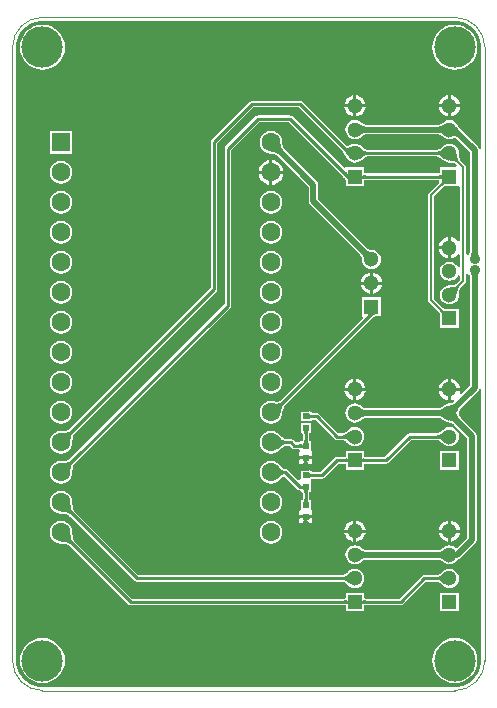
<source format=gtl>
G04 Layer_Physical_Order=1*
G04 Layer_Color=255*
%FSLAX44Y44*%
%MOMM*%
G71*
G01*
G75*
%ADD10R,0.6000X0.5000*%
%ADD11C,0.5000*%
%ADD12C,0.2000*%
%ADD13C,0.2540*%
%ADD14C,0.1000*%
%ADD15C,1.6000*%
%ADD16R,1.6000X1.6000*%
%ADD17R,1.3000X1.3000*%
%ADD18C,1.3000*%
%ADD19C,3.5000*%
%ADD20C,0.6000*%
%ADD21C,0.9000*%
G36*
X365358Y470450D02*
X364944Y470840D01*
X364505Y471188D01*
X364041Y471496D01*
X363552Y471762D01*
X363039Y471987D01*
X362501Y472172D01*
X361938Y472315D01*
X361350Y472418D01*
X360737Y472480D01*
X360100Y472500D01*
Y477500D01*
X360737Y477520D01*
X361350Y477582D01*
X361938Y477685D01*
X362501Y477828D01*
X363039Y478013D01*
X363552Y478238D01*
X364041Y478504D01*
X364505Y478812D01*
X364944Y479160D01*
X365358Y479550D01*
Y470450D01*
D02*
G37*
G36*
X295056Y479160D02*
X295495Y478812D01*
X295959Y478504D01*
X296448Y478238D01*
X296961Y478013D01*
X297499Y477828D01*
X298062Y477685D01*
X298650Y477582D01*
X299263Y477520D01*
X299900Y477500D01*
Y472500D01*
X299263Y472480D01*
X298650Y472418D01*
X298062Y472315D01*
X297499Y472172D01*
X296961Y471987D01*
X296448Y471762D01*
X295959Y471496D01*
X295495Y471188D01*
X295056Y470840D01*
X294642Y470450D01*
Y479550D01*
X295056Y479160D01*
D02*
G37*
G36*
X376136Y477225D02*
X376608Y476396D01*
X376887Y475971D01*
X377533Y475102D01*
X378295Y474205D01*
X379174Y473281D01*
X377542Y467842D01*
X377060Y468290D01*
X376580Y468668D01*
X376103Y468975D01*
X375628Y469211D01*
X375156Y469377D01*
X374686Y469473D01*
X374218Y469497D01*
X373753Y469452D01*
X373291Y469336D01*
X372831Y469149D01*
X375944Y477630D01*
X376136Y477225D01*
D02*
G37*
G36*
X381134Y566139D02*
X385210Y564451D01*
X388879Y561999D01*
X391999Y558879D01*
X394451Y555210D01*
X396139Y551134D01*
X397000Y546806D01*
Y544600D01*
Y458613D01*
X395200Y458436D01*
X395048Y459201D01*
X394164Y460524D01*
X394164Y460524D01*
X380390Y474298D01*
X380350Y474401D01*
X379503Y475291D01*
X378805Y476112D01*
X378218Y476902D01*
X377993Y477244D01*
X377577Y477976D01*
X377411Y478326D01*
X377204Y478514D01*
X376988Y479035D01*
X375706Y480706D01*
X374035Y481988D01*
X372088Y482794D01*
X370000Y483069D01*
X367912Y482794D01*
X365965Y481988D01*
X364412Y480796D01*
X364246Y480733D01*
X363881Y480390D01*
X363550Y480127D01*
X363202Y479896D01*
X362836Y479697D01*
X362448Y479526D01*
X362036Y479385D01*
X361597Y479273D01*
X361129Y479192D01*
X360630Y479142D01*
X360048Y479123D01*
X359950Y479078D01*
X300050D01*
X299952Y479123D01*
X299370Y479142D01*
X298871Y479192D01*
X298403Y479273D01*
X297964Y479385D01*
X297552Y479526D01*
X297164Y479697D01*
X296798Y479896D01*
X296450Y480127D01*
X296119Y480390D01*
X295754Y480733D01*
X295588Y480796D01*
X294035Y481988D01*
X292088Y482794D01*
X290000Y483069D01*
X287912Y482794D01*
X285965Y481988D01*
X284294Y480706D01*
X283012Y479035D01*
X282206Y477088D01*
X281931Y475000D01*
X282206Y472912D01*
X283012Y470965D01*
X284294Y469294D01*
X285965Y468012D01*
X287912Y467206D01*
X290000Y466931D01*
X292088Y467206D01*
X294035Y468012D01*
X295588Y469204D01*
X295754Y469267D01*
X296119Y469610D01*
X296450Y469873D01*
X296798Y470104D01*
X297164Y470303D01*
X297552Y470474D01*
X297964Y470615D01*
X298403Y470727D01*
X298871Y470808D01*
X299370Y470858D01*
X299952Y470877D01*
X300050Y470922D01*
X359950D01*
X360048Y470877D01*
X360630Y470858D01*
X361129Y470808D01*
X361597Y470727D01*
X362036Y470615D01*
X362448Y470474D01*
X362836Y470303D01*
X363202Y470104D01*
X363550Y469873D01*
X363881Y469610D01*
X364246Y469267D01*
X364412Y469204D01*
X365965Y468012D01*
X367912Y467206D01*
X370000Y466931D01*
X372088Y467206D01*
X373152Y467646D01*
X373441Y467644D01*
X373796Y467788D01*
X374032Y467848D01*
X374255Y467870D01*
X374480Y467858D01*
X374724Y467808D01*
X374995Y467713D01*
X375300Y467561D01*
X375637Y467344D01*
X376003Y467056D01*
X376437Y466653D01*
X376536Y466616D01*
X387202Y455951D01*
Y372278D01*
X387156Y372173D01*
X387150Y371698D01*
X387134Y371307D01*
X387066Y370607D01*
X387026Y370372D01*
X386980Y370180D01*
X386940Y370053D01*
X386920Y370007D01*
X386887Y369968D01*
X386874Y369928D01*
X386858Y369900D01*
X385966Y369081D01*
X384189Y369692D01*
Y443360D01*
X383995Y444335D01*
X383442Y445162D01*
X379288Y449317D01*
X379240Y449463D01*
X379020Y449721D01*
X378870Y449956D01*
X378716Y450277D01*
X378568Y450687D01*
X378434Y451186D01*
X378319Y451770D01*
X378231Y452421D01*
X378129Y454031D01*
X378123Y454945D01*
X378055Y455107D01*
X377794Y457088D01*
X376988Y459035D01*
X375706Y460706D01*
X374035Y461988D01*
X372088Y462794D01*
X370000Y463069D01*
X367912Y462794D01*
X365965Y461988D01*
X364411Y460795D01*
X364245Y460732D01*
X363033Y459591D01*
X362510Y459164D01*
X362002Y458795D01*
X361527Y458495D01*
X361087Y458261D01*
X360686Y458091D01*
X360326Y457978D01*
X360007Y457916D01*
X359617Y457890D01*
X359484Y457824D01*
X300516D01*
X300383Y457890D01*
X299993Y457916D01*
X299674Y457978D01*
X299314Y458091D01*
X298913Y458261D01*
X298473Y458495D01*
X297998Y458796D01*
X297507Y459152D01*
X296376Y460123D01*
X295779Y460709D01*
X295616Y460775D01*
X294035Y461988D01*
X292088Y462794D01*
X290000Y463069D01*
X287912Y462794D01*
X285965Y461988D01*
X285914Y461948D01*
X285762Y461929D01*
X285212Y461617D01*
X284765Y461413D01*
X284371Y461282D01*
X284033Y461214D01*
X283745Y461198D01*
X283498Y461222D01*
X283271Y461283D01*
X283046Y461384D01*
X282807Y461540D01*
X282475Y461833D01*
X282333Y461881D01*
X245607Y498607D01*
X244691Y499219D01*
X243610Y499434D01*
X243610Y499434D01*
X202730D01*
X202730Y499434D01*
X201649Y499219D01*
X200733Y498607D01*
X168773Y466647D01*
X168161Y465731D01*
X167946Y464650D01*
X167946Y464650D01*
Y340940D01*
X48260Y221254D01*
X48124Y221210D01*
X47781Y220916D01*
X47446Y220701D01*
X47012Y220491D01*
X46476Y220294D01*
X45838Y220120D01*
X45100Y219973D01*
X44282Y219860D01*
X42294Y219731D01*
X41169Y219723D01*
X41059Y219676D01*
X38620Y219356D01*
X36309Y218398D01*
X34325Y216875D01*
X32802Y214891D01*
X31844Y212580D01*
X31518Y210100D01*
X31844Y207620D01*
X32802Y205309D01*
X34325Y203325D01*
X36309Y201802D01*
X38620Y200845D01*
X41100Y200518D01*
X43580Y200845D01*
X45891Y201802D01*
X47875Y203325D01*
X49398Y205309D01*
X50355Y207620D01*
X50676Y210059D01*
X50723Y210169D01*
X50731Y211294D01*
X50859Y213283D01*
X50973Y214100D01*
X51120Y214838D01*
X51294Y215476D01*
X51491Y216012D01*
X51701Y216446D01*
X51916Y216781D01*
X52210Y217125D01*
X52254Y217260D01*
X172767Y337773D01*
X173379Y338689D01*
X173594Y339770D01*
Y463480D01*
X203900Y493786D01*
X242440D01*
X279362Y456864D01*
X279370Y456814D01*
X279492Y456727D01*
X279543Y456587D01*
X279734Y456378D01*
X279889Y456183D01*
X282358Y452071D01*
X282810Y451220D01*
X282831Y451202D01*
X282835Y451174D01*
X282969Y451070D01*
X283012Y450965D01*
X284294Y449294D01*
X285965Y448012D01*
X287912Y447206D01*
X290000Y446931D01*
X292088Y447206D01*
X294035Y448012D01*
X295589Y449205D01*
X295755Y449268D01*
X296967Y450409D01*
X297490Y450836D01*
X297998Y451205D01*
X298473Y451505D01*
X298913Y451739D01*
X299314Y451909D01*
X299674Y452022D01*
X299993Y452084D01*
X300383Y452110D01*
X300516Y452176D01*
X359484D01*
X359617Y452110D01*
X360007Y452084D01*
X360326Y452022D01*
X360686Y451909D01*
X361087Y451739D01*
X361527Y451505D01*
X362002Y451204D01*
X362493Y450848D01*
X363624Y449877D01*
X364221Y449291D01*
X364384Y449225D01*
X365965Y448012D01*
X367912Y447206D01*
X369892Y446945D01*
X370055Y446877D01*
X370969Y446871D01*
X372579Y446769D01*
X373230Y446681D01*
X373814Y446566D01*
X374313Y446432D01*
X374723Y446284D01*
X375044Y446130D01*
X375279Y445980D01*
X375537Y445760D01*
X376007Y444735D01*
X375034Y443000D01*
X362000D01*
Y437984D01*
X361960Y437974D01*
X361713Y437933D01*
X361387Y437905D01*
X360948Y437893D01*
X360794Y437824D01*
X299206D01*
X299052Y437893D01*
X298613Y437905D01*
X298287Y437933D01*
X298040Y437974D01*
X298000Y437984D01*
Y443000D01*
X282000D01*
Y443000D01*
X280836Y442518D01*
X237137Y486217D01*
X236221Y486829D01*
X235140Y487044D01*
X235140Y487044D01*
X207730D01*
X207730Y487044D01*
X206649Y486829D01*
X205733Y486217D01*
X180383Y460867D01*
X179771Y459951D01*
X179556Y458870D01*
X179556Y458870D01*
Y327150D01*
X48260Y195854D01*
X48124Y195810D01*
X47781Y195516D01*
X47446Y195301D01*
X47012Y195091D01*
X46476Y194894D01*
X45838Y194720D01*
X45100Y194573D01*
X44282Y194459D01*
X42294Y194331D01*
X41169Y194323D01*
X41059Y194277D01*
X38620Y193955D01*
X36309Y192998D01*
X34325Y191476D01*
X32802Y189491D01*
X31844Y187180D01*
X31518Y184700D01*
X31844Y182220D01*
X32802Y179909D01*
X34325Y177925D01*
X36309Y176402D01*
X38620Y175445D01*
X41100Y175118D01*
X43580Y175445D01*
X45891Y176402D01*
X47875Y177925D01*
X49398Y179909D01*
X50355Y182220D01*
X50676Y184659D01*
X50723Y184769D01*
X50731Y185894D01*
X50859Y187882D01*
X50973Y188700D01*
X51120Y189438D01*
X51294Y190076D01*
X51491Y190612D01*
X51701Y191046D01*
X51916Y191381D01*
X52210Y191725D01*
X52254Y191860D01*
X184377Y323983D01*
X184377Y323983D01*
X184989Y324899D01*
X185204Y325980D01*
X185204Y325980D01*
Y457700D01*
X208900Y481396D01*
X233970D01*
X279606Y435760D01*
X279669Y435599D01*
X280154Y435098D01*
X280957Y434165D01*
X281247Y433773D01*
X281490Y433402D01*
X281674Y433071D01*
X281804Y432785D01*
X281884Y432550D01*
X281923Y432368D01*
X281942Y432116D01*
X282000Y432001D01*
Y427000D01*
X298000D01*
Y432016D01*
X298040Y432026D01*
X298287Y432067D01*
X298613Y432096D01*
X299052Y432107D01*
X299206Y432176D01*
X360300D01*
X360940Y431850D01*
X361339Y430068D01*
X361307Y430030D01*
X360948Y429658D01*
X360880Y429485D01*
X352648Y421252D01*
X352095Y420425D01*
X351901Y419450D01*
Y330550D01*
X352095Y329575D01*
X352648Y328748D01*
X360866Y320529D01*
X360928Y320364D01*
X361629Y319609D01*
X361846Y319341D01*
X362000Y319121D01*
Y318792D01*
X361937Y318641D01*
X361990Y318514D01*
X361958Y318381D01*
X362000Y318313D01*
Y307000D01*
X378000D01*
Y323000D01*
X366687D01*
X366619Y323042D01*
X366486Y323010D01*
X366359Y323063D01*
X366208Y323000D01*
X365879D01*
X365677Y323141D01*
X365034Y323688D01*
X364659Y324051D01*
X364485Y324120D01*
X356999Y331606D01*
Y418394D01*
X364470Y425865D01*
X364635Y425927D01*
X365383Y426621D01*
X365648Y426833D01*
X365869Y426987D01*
X365892Y427000D01*
X366134D01*
X366359Y426907D01*
X366482Y426958D01*
X366612Y426927D01*
X366732Y427000D01*
X377291D01*
X378000Y427000D01*
X379091Y425652D01*
Y380959D01*
X377291Y380348D01*
X376447Y381447D01*
X374559Y382896D01*
X372360Y383807D01*
X371270Y383951D01*
Y375000D01*
Y366049D01*
X372360Y366193D01*
X374559Y367104D01*
X376447Y368553D01*
X377291Y369652D01*
X379091Y369041D01*
Y358661D01*
X377291Y358303D01*
X376988Y359035D01*
X375706Y360706D01*
X374035Y361988D01*
X372088Y362794D01*
X370000Y363069D01*
X367912Y362794D01*
X365965Y361988D01*
X364294Y360706D01*
X363012Y359035D01*
X362206Y357088D01*
X361931Y355000D01*
X362206Y352912D01*
X363012Y350965D01*
X364294Y349294D01*
X365965Y348012D01*
X367912Y347206D01*
X370000Y346931D01*
X372088Y347206D01*
X374035Y348012D01*
X375706Y349294D01*
X376988Y350965D01*
X377291Y351697D01*
X379091Y351339D01*
Y347696D01*
X375683Y344288D01*
X375537Y344240D01*
X375279Y344020D01*
X375044Y343870D01*
X374723Y343716D01*
X374313Y343568D01*
X373814Y343434D01*
X373230Y343319D01*
X372579Y343231D01*
X370969Y343129D01*
X370055Y343123D01*
X369893Y343055D01*
X367912Y342794D01*
X365965Y341988D01*
X364294Y340706D01*
X363012Y339035D01*
X362206Y337088D01*
X361931Y335000D01*
X362206Y332912D01*
X363012Y330965D01*
X364294Y329294D01*
X365965Y328012D01*
X367912Y327206D01*
X370000Y326931D01*
X372088Y327206D01*
X374035Y328012D01*
X375706Y329294D01*
X376988Y330965D01*
X377794Y332912D01*
X378055Y334892D01*
X378123Y335055D01*
X378129Y335969D01*
X378231Y337579D01*
X378319Y338230D01*
X378434Y338814D01*
X378568Y339313D01*
X378716Y339723D01*
X378870Y340044D01*
X379020Y340279D01*
X379240Y340537D01*
X379288Y340683D01*
X383442Y344838D01*
X383995Y345665D01*
X384189Y346640D01*
Y352268D01*
X385966Y352879D01*
X386858Y352060D01*
X386874Y352032D01*
X386887Y351992D01*
X386920Y351953D01*
X386940Y351907D01*
X386980Y351780D01*
X387026Y351588D01*
X387063Y351369D01*
X387151Y350234D01*
X387156Y349787D01*
X387202Y349682D01*
Y257969D01*
X379966Y250734D01*
X378440Y251753D01*
X378807Y252640D01*
X378951Y253730D01*
X371270D01*
Y246049D01*
X372360Y246193D01*
X373247Y246560D01*
X373308Y246469D01*
X374122Y244953D01*
X373697Y244554D01*
X373309Y244237D01*
X372920Y243963D01*
X372531Y243732D01*
X372140Y243541D01*
X371745Y243387D01*
X371345Y243269D01*
X370936Y243186D01*
X370515Y243138D01*
X370015Y243123D01*
X369854Y243050D01*
X367912Y242794D01*
X365965Y241988D01*
X364412Y240796D01*
X364246Y240733D01*
X363881Y240390D01*
X363550Y240127D01*
X363202Y239896D01*
X362836Y239697D01*
X362448Y239526D01*
X362036Y239385D01*
X361597Y239273D01*
X361129Y239192D01*
X360630Y239142D01*
X360048Y239123D01*
X359950Y239078D01*
X300050D01*
X299952Y239123D01*
X299370Y239142D01*
X298871Y239192D01*
X298403Y239273D01*
X297964Y239385D01*
X297552Y239526D01*
X297164Y239697D01*
X296798Y239896D01*
X296450Y240127D01*
X296119Y240390D01*
X295754Y240733D01*
X295588Y240796D01*
X294035Y241988D01*
X292088Y242794D01*
X290000Y243069D01*
X287912Y242794D01*
X285965Y241988D01*
X284294Y240706D01*
X283012Y239035D01*
X282206Y237088D01*
X281931Y235000D01*
X282206Y232912D01*
X283012Y230965D01*
X284294Y229294D01*
X285965Y228012D01*
X287912Y227206D01*
X290000Y226931D01*
X292088Y227206D01*
X294035Y228012D01*
X295588Y229205D01*
X295754Y229267D01*
X296119Y229610D01*
X296450Y229873D01*
X296798Y230104D01*
X297164Y230303D01*
X297552Y230474D01*
X297964Y230615D01*
X298403Y230727D01*
X298871Y230809D01*
X299370Y230858D01*
X299952Y230877D01*
X300050Y230922D01*
X359950D01*
X360048Y230877D01*
X360630Y230858D01*
X361129Y230809D01*
X361597Y230727D01*
X362036Y230615D01*
X362448Y230474D01*
X362836Y230303D01*
X363202Y230104D01*
X363550Y229873D01*
X363881Y229610D01*
X364246Y229267D01*
X364412Y229205D01*
X365965Y228012D01*
X367912Y227206D01*
X369854Y226950D01*
X370015Y226877D01*
X370515Y226862D01*
X370936Y226814D01*
X371345Y226731D01*
X371745Y226613D01*
X372140Y226459D01*
X372531Y226268D01*
X372920Y226037D01*
X373309Y225763D01*
X373697Y225446D01*
X374122Y225047D01*
X374223Y225009D01*
X384992Y214241D01*
Y129069D01*
X376571Y120649D01*
X375706Y120706D01*
X374035Y121988D01*
X372088Y122794D01*
X370000Y123069D01*
X367912Y122794D01*
X365965Y121988D01*
X364412Y120795D01*
X364246Y120733D01*
X363881Y120390D01*
X363550Y120127D01*
X363202Y119896D01*
X362836Y119697D01*
X362448Y119526D01*
X362036Y119385D01*
X361597Y119273D01*
X361129Y119192D01*
X360630Y119142D01*
X360048Y119123D01*
X359950Y119078D01*
X300050D01*
X299952Y119123D01*
X299370Y119142D01*
X298871Y119192D01*
X298403Y119273D01*
X297964Y119385D01*
X297552Y119526D01*
X297164Y119697D01*
X296798Y119896D01*
X296450Y120127D01*
X296119Y120390D01*
X295754Y120733D01*
X295588Y120795D01*
X294035Y121988D01*
X292088Y122794D01*
X290000Y123069D01*
X287912Y122794D01*
X285965Y121988D01*
X284294Y120706D01*
X283012Y119035D01*
X282206Y117088D01*
X281931Y115000D01*
X282206Y112912D01*
X283012Y110965D01*
X284294Y109294D01*
X285965Y108012D01*
X287912Y107206D01*
X290000Y106931D01*
X292088Y107206D01*
X294035Y108012D01*
X295588Y109205D01*
X295754Y109267D01*
X296119Y109610D01*
X296450Y109873D01*
X296798Y110104D01*
X297164Y110303D01*
X297552Y110474D01*
X297964Y110615D01*
X298403Y110727D01*
X298871Y110808D01*
X299370Y110858D01*
X299952Y110877D01*
X300050Y110922D01*
X359950D01*
X360048Y110877D01*
X360630Y110858D01*
X361129Y110808D01*
X361597Y110727D01*
X362036Y110615D01*
X362448Y110474D01*
X362836Y110303D01*
X363202Y110104D01*
X363550Y109873D01*
X363881Y109610D01*
X364246Y109267D01*
X364412Y109205D01*
X365965Y108012D01*
X367912Y107206D01*
X370000Y106931D01*
X372088Y107206D01*
X374035Y108012D01*
X375706Y109294D01*
X376988Y110965D01*
X376995Y110982D01*
X378251Y111232D01*
X379574Y112116D01*
X391954Y124496D01*
X392838Y125819D01*
X393148Y127380D01*
X393148Y127380D01*
Y215930D01*
X393148Y215930D01*
X392838Y217491D01*
X391954Y218814D01*
X379991Y230777D01*
X379953Y230878D01*
X379554Y231303D01*
X379237Y231691D01*
X378963Y232080D01*
X378732Y232470D01*
X378541Y232861D01*
X378387Y233255D01*
X378269Y233655D01*
X378186Y234064D01*
X378138Y234485D01*
X378122Y234985D01*
X378116Y235000D01*
X378122Y235015D01*
X378138Y235515D01*
X378186Y235936D01*
X378269Y236345D01*
X378387Y236745D01*
X378541Y237139D01*
X378732Y237531D01*
X378963Y237920D01*
X379237Y238309D01*
X379554Y238697D01*
X379953Y239122D01*
X379991Y239223D01*
X394164Y253396D01*
X394164Y253396D01*
X395048Y254719D01*
X395200Y255484D01*
X397000Y255307D01*
Y25400D01*
Y23194D01*
X396139Y18866D01*
X394451Y14790D01*
X391999Y11121D01*
X388879Y8001D01*
X385210Y5549D01*
X381134Y3861D01*
X376806Y3000D01*
X23194D01*
X18866Y3861D01*
X14790Y5549D01*
X11121Y8001D01*
X8001Y11121D01*
X5549Y14790D01*
X3861Y18866D01*
X3000Y23194D01*
Y25400D01*
Y544600D01*
Y546806D01*
X3861Y551134D01*
X5549Y555210D01*
X8001Y558879D01*
X11121Y561999D01*
X14790Y564451D01*
X18866Y566139D01*
X23194Y567000D01*
X376806D01*
X381134Y566139D01*
D02*
G37*
G36*
X281822Y460245D02*
X282262Y459957D01*
X282724Y459748D01*
X283208Y459619D01*
X283713Y459570D01*
X284240Y459600D01*
X284789Y459710D01*
X285359Y459900D01*
X285951Y460169D01*
X286565Y460518D01*
X284244Y451980D01*
X283772Y452870D01*
X281226Y457109D01*
X280971Y457431D01*
X280743Y457681D01*
X281403Y460613D01*
X281822Y460245D01*
D02*
G37*
G36*
X365358Y450450D02*
X364723Y451073D01*
X363501Y452123D01*
X362914Y452549D01*
X362342Y452910D01*
X361787Y453205D01*
X361248Y453435D01*
X360724Y453599D01*
X360217Y453697D01*
X359725Y453730D01*
Y456270D01*
X360217Y456303D01*
X360724Y456401D01*
X361248Y456565D01*
X361787Y456795D01*
X362342Y457090D01*
X362914Y457451D01*
X363501Y457877D01*
X364104Y458369D01*
X365358Y459550D01*
Y450450D01*
D02*
G37*
G36*
X295277Y458927D02*
X296499Y457877D01*
X297086Y457451D01*
X297658Y457090D01*
X298213Y456795D01*
X298752Y456565D01*
X299276Y456401D01*
X299783Y456303D01*
X300275Y456270D01*
Y453730D01*
X299783Y453697D01*
X299276Y453599D01*
X298752Y453435D01*
X298213Y453205D01*
X297658Y452910D01*
X297086Y452549D01*
X296499Y452123D01*
X295896Y451631D01*
X294642Y450450D01*
Y459550D01*
X295277Y458927D01*
D02*
G37*
G36*
X376506Y453975D02*
X376614Y452260D01*
X376717Y451505D01*
X376851Y450818D01*
X377018Y450199D01*
X377217Y449649D01*
X377448Y449167D01*
X377711Y448753D01*
X378006Y448408D01*
X376592Y446994D01*
X376247Y447289D01*
X375833Y447552D01*
X375351Y447783D01*
X374801Y447982D01*
X374182Y448148D01*
X373495Y448283D01*
X372740Y448386D01*
X371025Y448494D01*
X370065Y448500D01*
X376500Y454935D01*
X376506Y453975D01*
D02*
G37*
G36*
X283561Y432237D02*
X283534Y432600D01*
X283452Y432982D01*
X283316Y433383D01*
X283125Y433803D01*
X282880Y434243D01*
X282580Y434701D01*
X282226Y435179D01*
X281354Y436192D01*
X280836Y436727D01*
X281734Y439422D01*
X282082Y439093D01*
X282392Y438837D01*
X282666Y438655D01*
X282903Y438545D01*
X283104Y438508D01*
X283269Y438545D01*
X283397Y438655D01*
X283488Y438837D01*
X283543Y439093D01*
X283561Y439422D01*
Y432237D01*
D02*
G37*
G36*
X363561Y432460D02*
X363535Y432701D01*
X363458Y432917D01*
X363330Y433108D01*
X363150Y433273D01*
X362918Y433413D01*
X362636Y433527D01*
X362301Y433616D01*
X361916Y433679D01*
X361479Y433717D01*
X360990Y433730D01*
Y436270D01*
X361479Y436283D01*
X361916Y436321D01*
X362301Y436384D01*
X362636Y436473D01*
X362918Y436587D01*
X363150Y436727D01*
X363330Y436892D01*
X363458Y437083D01*
X363535Y437299D01*
X363561Y437540D01*
Y432460D01*
D02*
G37*
G36*
X296465Y437299D02*
X296542Y437083D01*
X296670Y436892D01*
X296850Y436727D01*
X297082Y436587D01*
X297364Y436473D01*
X297698Y436384D01*
X298084Y436321D01*
X298521Y436283D01*
X299009Y436270D01*
Y433730D01*
X298521Y433717D01*
X298084Y433679D01*
X297698Y433616D01*
X297364Y433527D01*
X297082Y433413D01*
X296850Y433273D01*
X296670Y433108D01*
X296542Y432917D01*
X296465Y432701D01*
X296439Y432460D01*
Y437540D01*
X296465Y437299D01*
D02*
G37*
G36*
X366359Y428531D02*
X366203Y428644D01*
X366020Y428700D01*
X365807D01*
X365567Y428644D01*
X365298Y428531D01*
X365001Y428361D01*
X364676Y428134D01*
X364322Y427852D01*
X363531Y427116D01*
X362116Y428531D01*
X362512Y428941D01*
X363134Y429676D01*
X363361Y430001D01*
X363531Y430298D01*
X363644Y430567D01*
X363700Y430807D01*
Y431020D01*
X363644Y431203D01*
X363531Y431359D01*
X366359Y428531D01*
D02*
G37*
G36*
X393787Y371653D02*
X393884Y370392D01*
X393942Y370049D01*
X394014Y369746D01*
X394099Y369482D01*
X394196Y369257D01*
X394306Y369071D01*
X394430Y368924D01*
X388130D01*
X388254Y369071D01*
X388364Y369257D01*
X388461Y369482D01*
X388546Y369746D01*
X388618Y370049D01*
X388676Y370392D01*
X388754Y371193D01*
X388773Y371653D01*
X388780Y372152D01*
X393780D01*
X393787Y371653D01*
D02*
G37*
G36*
X394306Y352889D02*
X394196Y352703D01*
X394099Y352478D01*
X394014Y352214D01*
X393942Y351911D01*
X393884Y351568D01*
X393806Y350767D01*
X393787Y350307D01*
X393780Y349808D01*
X388780D01*
X388773Y350307D01*
X388676Y351568D01*
X388618Y351911D01*
X388546Y352214D01*
X388461Y352478D01*
X388364Y352703D01*
X388254Y352889D01*
X388130Y353036D01*
X394430D01*
X394306Y352889D01*
D02*
G37*
G36*
X378006Y341592D02*
X377711Y341247D01*
X377448Y340833D01*
X377217Y340351D01*
X377018Y339801D01*
X376851Y339182D01*
X376717Y338495D01*
X376614Y337740D01*
X376506Y336025D01*
X376500Y335065D01*
X370065Y341500D01*
X371025Y341506D01*
X372740Y341614D01*
X373495Y341717D01*
X374182Y341852D01*
X374801Y342018D01*
X375351Y342217D01*
X375833Y342448D01*
X376247Y342711D01*
X376592Y343006D01*
X378006Y341592D01*
D02*
G37*
G36*
X363943Y322485D02*
X364682Y321856D01*
X365009Y321627D01*
X365306Y321454D01*
X365574Y321338D01*
X365814Y321278D01*
X366024Y321275D01*
X366206Y321329D01*
X366359Y321439D01*
X363561Y318641D01*
X363671Y318794D01*
X363725Y318976D01*
X363722Y319186D01*
X363662Y319426D01*
X363546Y319694D01*
X363373Y319991D01*
X363144Y320318D01*
X362858Y320673D01*
X362116Y321469D01*
X363531Y322884D01*
X363943Y322485D01*
D02*
G37*
G36*
X378768Y240233D02*
X378332Y239767D01*
X377942Y239291D01*
X377599Y238803D01*
X377303Y238303D01*
X377052Y237792D01*
X376849Y237270D01*
X376692Y236736D01*
X376581Y236190D01*
X376517Y235633D01*
X376500Y235065D01*
X370065Y241500D01*
X370633Y241517D01*
X371190Y241581D01*
X371736Y241692D01*
X372270Y241849D01*
X372792Y242052D01*
X373303Y242302D01*
X373803Y242599D01*
X374291Y242942D01*
X374767Y243332D01*
X375233Y243768D01*
X378768Y240233D01*
D02*
G37*
G36*
X365358Y230450D02*
X364944Y230840D01*
X364505Y231188D01*
X364041Y231495D01*
X363552Y231762D01*
X363039Y231987D01*
X362501Y232172D01*
X361938Y232316D01*
X361350Y232418D01*
X360737Y232479D01*
X360100Y232500D01*
Y237500D01*
X360737Y237521D01*
X361350Y237582D01*
X361938Y237684D01*
X362501Y237828D01*
X363039Y238013D01*
X363552Y238238D01*
X364041Y238505D01*
X364505Y238812D01*
X364944Y239160D01*
X365358Y239550D01*
Y230450D01*
D02*
G37*
G36*
X295056Y239160D02*
X295495Y238812D01*
X295959Y238505D01*
X296448Y238238D01*
X296961Y238013D01*
X297499Y237828D01*
X298062Y237684D01*
X298650Y237582D01*
X299263Y237521D01*
X299900Y237500D01*
Y232500D01*
X299263Y232479D01*
X298650Y232418D01*
X298062Y232316D01*
X297499Y232172D01*
X296961Y231987D01*
X296448Y231762D01*
X295959Y231495D01*
X295495Y231188D01*
X295056Y230840D01*
X294642Y230450D01*
Y239550D01*
X295056Y239160D01*
D02*
G37*
G36*
X376517Y234367D02*
X376581Y233810D01*
X376692Y233264D01*
X376849Y232730D01*
X377052Y232208D01*
X377303Y231697D01*
X377599Y231197D01*
X377942Y230709D01*
X378332Y230233D01*
X378768Y229767D01*
X375233Y226232D01*
X374767Y226668D01*
X374291Y227058D01*
X373803Y227401D01*
X373303Y227698D01*
X372792Y227948D01*
X372270Y228151D01*
X371736Y228308D01*
X371190Y228419D01*
X370633Y228483D01*
X370065Y228500D01*
X376500Y234935D01*
X376517Y234367D01*
D02*
G37*
G36*
X50977Y218181D02*
X50610Y217752D01*
X50282Y217241D01*
X49994Y216647D01*
X49746Y215971D01*
X49539Y215212D01*
X49371Y214370D01*
X49243Y213447D01*
X49107Y211351D01*
X49100Y210180D01*
X41180Y218100D01*
X42351Y218107D01*
X44447Y218243D01*
X45370Y218371D01*
X46212Y218539D01*
X46971Y218746D01*
X47647Y218994D01*
X48241Y219282D01*
X48752Y219610D01*
X49181Y219977D01*
X50977Y218181D01*
D02*
G37*
G36*
Y192781D02*
X50610Y192352D01*
X50282Y191841D01*
X49994Y191247D01*
X49746Y190571D01*
X49539Y189812D01*
X49371Y188970D01*
X49243Y188046D01*
X49107Y185951D01*
X49100Y184780D01*
X41180Y192700D01*
X42351Y192708D01*
X44447Y192843D01*
X45370Y192971D01*
X46212Y193139D01*
X46971Y193347D01*
X47647Y193594D01*
X48241Y193882D01*
X48752Y194210D01*
X49181Y194577D01*
X50977Y192781D01*
D02*
G37*
G36*
X365358Y110450D02*
X364944Y110840D01*
X364505Y111188D01*
X364041Y111496D01*
X363552Y111762D01*
X363039Y111987D01*
X362501Y112172D01*
X361938Y112316D01*
X361350Y112418D01*
X360737Y112479D01*
X360100Y112500D01*
Y117500D01*
X360737Y117521D01*
X361350Y117582D01*
X361938Y117684D01*
X362501Y117828D01*
X363039Y118013D01*
X363552Y118238D01*
X364041Y118504D01*
X364505Y118812D01*
X364944Y119160D01*
X365358Y119550D01*
Y110450D01*
D02*
G37*
G36*
X295056Y119160D02*
X295495Y118812D01*
X295959Y118504D01*
X296448Y118238D01*
X296961Y118013D01*
X297499Y117828D01*
X298062Y117684D01*
X298650Y117582D01*
X299263Y117521D01*
X299900Y117500D01*
Y112500D01*
X299263Y112479D01*
X298650Y112418D01*
X298062Y112316D01*
X297499Y112172D01*
X296961Y111987D01*
X296448Y111762D01*
X295959Y111496D01*
X295495Y111188D01*
X295056Y110840D01*
X294642Y110450D01*
Y119550D01*
X295056Y119160D01*
D02*
G37*
%LPC*%
G36*
X374600Y563692D02*
X370875Y563325D01*
X367294Y562239D01*
X363993Y560474D01*
X361100Y558100D01*
X358726Y555207D01*
X356961Y551906D01*
X355875Y548325D01*
X355508Y544600D01*
X355875Y540875D01*
X356961Y537294D01*
X358726Y533993D01*
X361100Y531100D01*
X363993Y528726D01*
X367294Y526961D01*
X370875Y525875D01*
X374600Y525508D01*
X378325Y525875D01*
X381906Y526961D01*
X385207Y528726D01*
X388100Y531100D01*
X390474Y533993D01*
X392239Y537294D01*
X393325Y540875D01*
X393692Y544600D01*
X393325Y548325D01*
X392239Y551906D01*
X390474Y555207D01*
X388100Y558100D01*
X385207Y560474D01*
X381906Y562239D01*
X378325Y563325D01*
X374600Y563692D01*
D02*
G37*
G36*
X25400D02*
X21675Y563325D01*
X18094Y562239D01*
X14793Y560474D01*
X11900Y558100D01*
X9526Y555207D01*
X7761Y551906D01*
X6675Y548325D01*
X6308Y544600D01*
X6675Y540875D01*
X7761Y537294D01*
X9526Y533993D01*
X11900Y531100D01*
X14793Y528726D01*
X18094Y526961D01*
X21675Y525875D01*
X25400Y525508D01*
X29125Y525875D01*
X32706Y526961D01*
X36007Y528726D01*
X38900Y531100D01*
X41274Y533993D01*
X43039Y537294D01*
X44125Y540875D01*
X44492Y544600D01*
X44125Y548325D01*
X43039Y551906D01*
X41274Y555207D01*
X38900Y558100D01*
X36007Y560474D01*
X32706Y562239D01*
X29125Y563325D01*
X25400Y563692D01*
D02*
G37*
G36*
X291270Y503951D02*
Y496270D01*
X298951D01*
X298807Y497360D01*
X297896Y499559D01*
X296447Y501447D01*
X294559Y502896D01*
X292360Y503807D01*
X291270Y503951D01*
D02*
G37*
G36*
X288730D02*
X287640Y503807D01*
X285441Y502896D01*
X283553Y501447D01*
X282104Y499559D01*
X281193Y497360D01*
X281049Y496270D01*
X288730D01*
Y503951D01*
D02*
G37*
G36*
X371270D02*
Y496270D01*
X378951D01*
X378807Y497360D01*
X377896Y499559D01*
X376447Y501447D01*
X374559Y502896D01*
X372360Y503807D01*
X371270Y503951D01*
D02*
G37*
G36*
X368730D02*
X367640Y503807D01*
X365441Y502896D01*
X363553Y501447D01*
X362104Y499559D01*
X361193Y497360D01*
X361049Y496270D01*
X368730D01*
Y503951D01*
D02*
G37*
G36*
X378951Y493730D02*
X371270D01*
Y486049D01*
X372360Y486193D01*
X374559Y487104D01*
X376447Y488553D01*
X377896Y490441D01*
X378807Y492640D01*
X378951Y493730D01*
D02*
G37*
G36*
X288730Y493730D02*
X281049D01*
X281193Y492640D01*
X282104Y490441D01*
X283553Y488553D01*
X285441Y487104D01*
X287640Y486193D01*
X288730Y486049D01*
Y493730D01*
D02*
G37*
G36*
X298951D02*
X291270D01*
Y486049D01*
X292360Y486193D01*
X294559Y487104D01*
X296447Y488553D01*
X297896Y490441D01*
X298807Y492640D01*
X298951Y493730D01*
D02*
G37*
G36*
X368730Y493730D02*
X361049D01*
X361193Y492640D01*
X362104Y490441D01*
X363553Y488553D01*
X365441Y487104D01*
X367640Y486193D01*
X368730Y486049D01*
Y493730D01*
D02*
G37*
G36*
X50600Y473600D02*
X31600D01*
Y454600D01*
X50600D01*
Y473600D01*
D02*
G37*
G36*
X220170Y449164D02*
Y439970D01*
X229364D01*
X229169Y441451D01*
X228107Y444016D01*
X226417Y446217D01*
X224216Y447907D01*
X221651Y448969D01*
X220170Y449164D01*
D02*
G37*
G36*
X217630D02*
X216148Y448969D01*
X213584Y447907D01*
X211383Y446217D01*
X209693Y444016D01*
X208631Y441451D01*
X208436Y439970D01*
X217630D01*
Y449164D01*
D02*
G37*
G36*
X41100Y448282D02*
X38620Y447956D01*
X36309Y446998D01*
X34325Y445476D01*
X32802Y443491D01*
X31844Y441180D01*
X31518Y438700D01*
X31844Y436220D01*
X32802Y433909D01*
X34325Y431925D01*
X36309Y430402D01*
X38620Y429445D01*
X41100Y429118D01*
X43580Y429445D01*
X45891Y430402D01*
X47875Y431925D01*
X49398Y433909D01*
X50355Y436220D01*
X50682Y438700D01*
X50355Y441180D01*
X49398Y443491D01*
X47875Y445476D01*
X45891Y446998D01*
X43580Y447956D01*
X41100Y448282D01*
D02*
G37*
G36*
X229364Y437430D02*
X220170D01*
Y428236D01*
X221651Y428431D01*
X224216Y429493D01*
X226417Y431183D01*
X228107Y433385D01*
X229169Y435948D01*
X229364Y437430D01*
D02*
G37*
G36*
X217630D02*
X208436D01*
X208631Y435948D01*
X209693Y433385D01*
X211383Y431183D01*
X213584Y429493D01*
X216148Y428431D01*
X217630Y428236D01*
Y437430D01*
D02*
G37*
G36*
X218900Y422882D02*
X216420Y422556D01*
X214109Y421598D01*
X212125Y420075D01*
X210602Y418091D01*
X209645Y415780D01*
X209318Y413300D01*
X209645Y410820D01*
X210602Y408509D01*
X212125Y406525D01*
X214109Y405002D01*
X216420Y404045D01*
X218900Y403718D01*
X221380Y404045D01*
X223691Y405002D01*
X225675Y406525D01*
X227198Y408509D01*
X228155Y410820D01*
X228482Y413300D01*
X228155Y415780D01*
X227198Y418091D01*
X225675Y420075D01*
X223691Y421598D01*
X221380Y422556D01*
X218900Y422882D01*
D02*
G37*
G36*
X41100D02*
X38620Y422556D01*
X36309Y421598D01*
X34325Y420075D01*
X32802Y418091D01*
X31844Y415780D01*
X31518Y413300D01*
X31844Y410820D01*
X32802Y408509D01*
X34325Y406525D01*
X36309Y405002D01*
X38620Y404045D01*
X41100Y403718D01*
X43580Y404045D01*
X45891Y405002D01*
X47875Y406525D01*
X49398Y408509D01*
X50355Y410820D01*
X50682Y413300D01*
X50355Y415780D01*
X49398Y418091D01*
X47875Y420075D01*
X45891Y421598D01*
X43580Y422556D01*
X41100Y422882D01*
D02*
G37*
G36*
X218900Y397482D02*
X216420Y397155D01*
X214109Y396198D01*
X212125Y394675D01*
X210602Y392691D01*
X209645Y390380D01*
X209318Y387900D01*
X209645Y385420D01*
X210602Y383109D01*
X212125Y381125D01*
X214109Y379602D01*
X216420Y378645D01*
X218900Y378318D01*
X221380Y378645D01*
X223691Y379602D01*
X225675Y381125D01*
X227198Y383109D01*
X228155Y385420D01*
X228482Y387900D01*
X228155Y390380D01*
X227198Y392691D01*
X225675Y394675D01*
X223691Y396198D01*
X221380Y397155D01*
X218900Y397482D01*
D02*
G37*
G36*
X41100D02*
X38620Y397155D01*
X36309Y396198D01*
X34325Y394675D01*
X32802Y392691D01*
X31844Y390380D01*
X31518Y387900D01*
X31844Y385420D01*
X32802Y383109D01*
X34325Y381125D01*
X36309Y379602D01*
X38620Y378645D01*
X41100Y378318D01*
X43580Y378645D01*
X45891Y379602D01*
X47875Y381125D01*
X49398Y383109D01*
X50355Y385420D01*
X50682Y387900D01*
X50355Y390380D01*
X49398Y392691D01*
X47875Y394675D01*
X45891Y396198D01*
X43580Y397155D01*
X41100Y397482D01*
D02*
G37*
G36*
X368730Y383951D02*
X367640Y383807D01*
X365441Y382896D01*
X363553Y381447D01*
X362104Y379559D01*
X361193Y377360D01*
X361049Y376270D01*
X368730D01*
Y383951D01*
D02*
G37*
G36*
Y373730D02*
X361049D01*
X361193Y372640D01*
X362104Y370441D01*
X363553Y368553D01*
X365441Y367104D01*
X367640Y366193D01*
X368730Y366049D01*
Y373730D01*
D02*
G37*
G36*
X218900Y473682D02*
X216420Y473355D01*
X214109Y472398D01*
X212125Y470876D01*
X210602Y468891D01*
X209645Y466580D01*
X209318Y464100D01*
X209645Y461620D01*
X210602Y459309D01*
X212125Y457325D01*
X214109Y455802D01*
X216420Y454845D01*
X218833Y454527D01*
X218947Y454477D01*
X219744Y454461D01*
X220450Y454400D01*
X221114Y454296D01*
X221737Y454150D01*
X222320Y453963D01*
X222868Y453735D01*
X223382Y453469D01*
X223865Y453161D01*
X224321Y452810D01*
X224802Y452368D01*
X224899Y452333D01*
X250812Y426421D01*
Y414110D01*
X250812Y414110D01*
X251122Y412549D01*
X252006Y411226D01*
X294009Y369223D01*
X294048Y369122D01*
X294446Y368697D01*
X294763Y368309D01*
X295037Y367920D01*
X295268Y367531D01*
X295459Y367140D01*
X295613Y366745D01*
X295731Y366345D01*
X295814Y365936D01*
X295862Y365515D01*
X295877Y365015D01*
X295950Y364854D01*
X296206Y362912D01*
X297012Y360965D01*
X298294Y359294D01*
X299965Y358012D01*
X301912Y357206D01*
X304000Y356931D01*
X306088Y357206D01*
X308034Y358012D01*
X309706Y359294D01*
X310988Y360965D01*
X311794Y362912D01*
X312069Y365000D01*
X311794Y367088D01*
X310988Y369035D01*
X309706Y370706D01*
X308034Y371988D01*
X306088Y372794D01*
X304146Y373050D01*
X303985Y373122D01*
X303485Y373138D01*
X303064Y373186D01*
X302655Y373269D01*
X302255Y373387D01*
X301861Y373541D01*
X301469Y373732D01*
X301080Y373963D01*
X300691Y374237D01*
X300303Y374554D01*
X299878Y374953D01*
X299777Y374991D01*
X258968Y415799D01*
Y428110D01*
X258658Y429671D01*
X257774Y430994D01*
X257774Y430994D01*
X230667Y458101D01*
X230632Y458198D01*
X230190Y458679D01*
X229839Y459135D01*
X229531Y459618D01*
X229265Y460132D01*
X229037Y460680D01*
X228850Y461264D01*
X228704Y461886D01*
X228600Y462550D01*
X228539Y463256D01*
X228523Y464053D01*
X228473Y464167D01*
X228155Y466580D01*
X227198Y468891D01*
X225675Y470876D01*
X223691Y472398D01*
X221380Y473355D01*
X218900Y473682D01*
D02*
G37*
G36*
Y372082D02*
X216420Y371755D01*
X214109Y370798D01*
X212125Y369276D01*
X210602Y367291D01*
X209645Y364980D01*
X209318Y362500D01*
X209645Y360020D01*
X210602Y357709D01*
X212125Y355725D01*
X214109Y354202D01*
X216420Y353245D01*
X218900Y352918D01*
X221380Y353245D01*
X223691Y354202D01*
X225675Y355725D01*
X227198Y357709D01*
X228155Y360020D01*
X228482Y362500D01*
X228155Y364980D01*
X227198Y367291D01*
X225675Y369276D01*
X223691Y370798D01*
X221380Y371755D01*
X218900Y372082D01*
D02*
G37*
G36*
X41100D02*
X38620Y371755D01*
X36309Y370798D01*
X34325Y369276D01*
X32802Y367291D01*
X31844Y364980D01*
X31518Y362500D01*
X31844Y360020D01*
X32802Y357709D01*
X34325Y355725D01*
X36309Y354202D01*
X38620Y353245D01*
X41100Y352918D01*
X43580Y353245D01*
X45891Y354202D01*
X47875Y355725D01*
X49398Y357709D01*
X50355Y360020D01*
X50682Y362500D01*
X50355Y364980D01*
X49398Y367291D01*
X47875Y369276D01*
X45891Y370798D01*
X43580Y371755D01*
X41100Y372082D01*
D02*
G37*
G36*
X305270Y353951D02*
Y346270D01*
X312951D01*
X312807Y347360D01*
X311896Y349559D01*
X310447Y351447D01*
X308559Y352896D01*
X306360Y353807D01*
X305270Y353951D01*
D02*
G37*
G36*
X302730D02*
X301640Y353807D01*
X299441Y352896D01*
X297553Y351447D01*
X296104Y349559D01*
X295193Y347360D01*
X295049Y346270D01*
X302730D01*
Y353951D01*
D02*
G37*
G36*
Y343730D02*
X295049D01*
X295193Y342640D01*
X296104Y340441D01*
X297553Y338553D01*
X299441Y337104D01*
X301640Y336193D01*
X302730Y336049D01*
Y343730D01*
D02*
G37*
G36*
X312951D02*
X305270D01*
Y336049D01*
X306360Y336193D01*
X308559Y337104D01*
X310447Y338553D01*
X311896Y340441D01*
X312807Y342640D01*
X312951Y343730D01*
D02*
G37*
G36*
X218900Y346682D02*
X216420Y346356D01*
X214109Y345398D01*
X212125Y343876D01*
X210602Y341891D01*
X209645Y339580D01*
X209318Y337100D01*
X209645Y334620D01*
X210602Y332309D01*
X212125Y330325D01*
X214109Y328802D01*
X216420Y327845D01*
X218900Y327518D01*
X221380Y327845D01*
X223691Y328802D01*
X225675Y330325D01*
X227198Y332309D01*
X228155Y334620D01*
X228482Y337100D01*
X228155Y339580D01*
X227198Y341891D01*
X225675Y343876D01*
X223691Y345398D01*
X221380Y346356D01*
X218900Y346682D01*
D02*
G37*
G36*
X41100D02*
X38620Y346356D01*
X36309Y345398D01*
X34325Y343876D01*
X32802Y341891D01*
X31844Y339580D01*
X31518Y337100D01*
X31844Y334620D01*
X32802Y332309D01*
X34325Y330325D01*
X36309Y328802D01*
X38620Y327845D01*
X41100Y327518D01*
X43580Y327845D01*
X45891Y328802D01*
X47875Y330325D01*
X49398Y332309D01*
X50355Y334620D01*
X50682Y337100D01*
X50355Y339580D01*
X49398Y341891D01*
X47875Y343876D01*
X45891Y345398D01*
X43580Y346356D01*
X41100Y346682D01*
D02*
G37*
G36*
X218900Y321282D02*
X216420Y320956D01*
X214109Y319998D01*
X212125Y318475D01*
X210602Y316491D01*
X209645Y314180D01*
X209318Y311700D01*
X209645Y309220D01*
X210602Y306909D01*
X212125Y304925D01*
X214109Y303402D01*
X216420Y302445D01*
X218900Y302118D01*
X221380Y302445D01*
X223691Y303402D01*
X225675Y304925D01*
X227198Y306909D01*
X228155Y309220D01*
X228482Y311700D01*
X228155Y314180D01*
X227198Y316491D01*
X225675Y318475D01*
X223691Y319998D01*
X221380Y320956D01*
X218900Y321282D01*
D02*
G37*
G36*
X41100D02*
X38620Y320956D01*
X36309Y319998D01*
X34325Y318475D01*
X32802Y316491D01*
X31844Y314180D01*
X31518Y311700D01*
X31844Y309220D01*
X32802Y306909D01*
X34325Y304925D01*
X36309Y303402D01*
X38620Y302445D01*
X41100Y302118D01*
X43580Y302445D01*
X45891Y303402D01*
X47875Y304925D01*
X49398Y306909D01*
X50355Y309220D01*
X50682Y311700D01*
X50355Y314180D01*
X49398Y316491D01*
X47875Y318475D01*
X45891Y319998D01*
X43580Y320956D01*
X41100Y321282D01*
D02*
G37*
G36*
X218900Y295882D02*
X216420Y295555D01*
X214109Y294598D01*
X212125Y293076D01*
X210602Y291091D01*
X209645Y288780D01*
X209318Y286300D01*
X209645Y283820D01*
X210602Y281509D01*
X212125Y279525D01*
X214109Y278002D01*
X216420Y277045D01*
X218900Y276718D01*
X221380Y277045D01*
X223691Y278002D01*
X225675Y279525D01*
X227198Y281509D01*
X228155Y283820D01*
X228482Y286300D01*
X228155Y288780D01*
X227198Y291091D01*
X225675Y293076D01*
X223691Y294598D01*
X221380Y295555D01*
X218900Y295882D01*
D02*
G37*
G36*
X41100D02*
X38620Y295555D01*
X36309Y294598D01*
X34325Y293076D01*
X32802Y291091D01*
X31844Y288780D01*
X31518Y286300D01*
X31844Y283820D01*
X32802Y281509D01*
X34325Y279525D01*
X36309Y278002D01*
X38620Y277045D01*
X41100Y276718D01*
X43580Y277045D01*
X45891Y278002D01*
X47875Y279525D01*
X49398Y281509D01*
X50355Y283820D01*
X50682Y286300D01*
X50355Y288780D01*
X49398Y291091D01*
X47875Y293076D01*
X45891Y294598D01*
X43580Y295555D01*
X41100Y295882D01*
D02*
G37*
G36*
X291270Y263951D02*
Y256270D01*
X298951D01*
X298807Y257360D01*
X297896Y259559D01*
X296447Y261447D01*
X294559Y262896D01*
X292360Y263807D01*
X291270Y263951D01*
D02*
G37*
G36*
X288730Y263951D02*
X287640Y263807D01*
X285441Y262896D01*
X283553Y261447D01*
X282104Y259559D01*
X281193Y257360D01*
X281049Y256270D01*
X288730D01*
Y263951D01*
D02*
G37*
G36*
X371270D02*
Y256270D01*
X378951D01*
X378807Y257360D01*
X377896Y259559D01*
X376447Y261447D01*
X374559Y262896D01*
X372360Y263807D01*
X371270Y263951D01*
D02*
G37*
G36*
X368730D02*
X367640Y263807D01*
X365441Y262896D01*
X363553Y261447D01*
X362104Y259559D01*
X361193Y257360D01*
X361049Y256270D01*
X368730D01*
Y263951D01*
D02*
G37*
G36*
X218900Y270482D02*
X216420Y270156D01*
X214109Y269198D01*
X212125Y267675D01*
X210602Y265691D01*
X209645Y263380D01*
X209318Y260900D01*
X209645Y258420D01*
X210602Y256109D01*
X212125Y254125D01*
X214109Y252602D01*
X216420Y251645D01*
X218900Y251318D01*
X221380Y251645D01*
X223691Y252602D01*
X225675Y254125D01*
X227198Y256109D01*
X228155Y258420D01*
X228482Y260900D01*
X228155Y263380D01*
X227198Y265691D01*
X225675Y267675D01*
X223691Y269198D01*
X221380Y270156D01*
X218900Y270482D01*
D02*
G37*
G36*
X41100D02*
X38620Y270156D01*
X36309Y269198D01*
X34325Y267675D01*
X32802Y265691D01*
X31844Y263380D01*
X31518Y260900D01*
X31844Y258420D01*
X32802Y256109D01*
X34325Y254125D01*
X36309Y252602D01*
X38620Y251645D01*
X41100Y251318D01*
X43580Y251645D01*
X45891Y252602D01*
X47875Y254125D01*
X49398Y256109D01*
X50355Y258420D01*
X50682Y260900D01*
X50355Y263380D01*
X49398Y265691D01*
X47875Y267675D01*
X45891Y269198D01*
X43580Y270156D01*
X41100Y270482D01*
D02*
G37*
G36*
X288730Y253730D02*
X281049D01*
X281193Y252640D01*
X282104Y250441D01*
X283553Y248553D01*
X285441Y247104D01*
X287640Y246193D01*
X288730Y246049D01*
Y253730D01*
D02*
G37*
G36*
X368730Y253730D02*
X361049D01*
X361193Y252640D01*
X362104Y250441D01*
X363553Y248553D01*
X365441Y247104D01*
X367640Y246193D01*
X368730Y246049D01*
Y253730D01*
D02*
G37*
G36*
X298951Y253730D02*
X291270D01*
Y246049D01*
X292360Y246193D01*
X294559Y247104D01*
X296447Y248553D01*
X297896Y250441D01*
X298807Y252640D01*
X298951Y253730D01*
D02*
G37*
G36*
X312000Y333000D02*
X296000D01*
Y317000D01*
X296064D01*
X296753Y315337D01*
X227211Y245795D01*
X227134Y245779D01*
X227085Y245703D01*
X227000Y245676D01*
X226630Y245358D01*
X226299Y245150D01*
X225896Y244970D01*
X225413Y244821D01*
X224843Y244712D01*
X224184Y244648D01*
X223464Y244638D01*
X221674Y244792D01*
X220667Y244960D01*
X220364Y244889D01*
X218900Y245082D01*
X216420Y244755D01*
X214109Y243798D01*
X212125Y242276D01*
X210602Y240291D01*
X209645Y237980D01*
X209318Y235500D01*
X209645Y233020D01*
X210602Y230709D01*
X212125Y228725D01*
X214109Y227202D01*
X216420Y226245D01*
X218900Y225918D01*
X221380Y226245D01*
X223691Y227202D01*
X225675Y228725D01*
X227198Y230709D01*
X228155Y233020D01*
X228237Y233640D01*
X228384Y233868D01*
X228607Y235098D01*
X229075Y237238D01*
X229572Y238963D01*
X229816Y239633D01*
X230061Y240201D01*
X230296Y240648D01*
X230506Y240968D01*
X230758Y241263D01*
X230802Y241398D01*
X304009Y314605D01*
X304171Y314669D01*
X304665Y315147D01*
X305589Y315938D01*
X305977Y316224D01*
X306346Y316463D01*
X306676Y316645D01*
X306964Y316773D01*
X307203Y316853D01*
X307391Y316892D01*
X307651Y316911D01*
X307828Y317000D01*
X312000D01*
Y333000D01*
D02*
G37*
G36*
X251469Y236303D02*
X251396Y236273D01*
X251290Y236293D01*
X251139Y236210D01*
X244000D01*
Y228210D01*
X251139D01*
X251290Y228127D01*
X251396Y228147D01*
X251469Y228117D01*
X253000Y228210D01*
Y228210D01*
X254600Y229375D01*
X254639Y229386D01*
X256450D01*
X272833Y213003D01*
X273749Y212391D01*
X274830Y212176D01*
X279484D01*
X279617Y212110D01*
X280007Y212084D01*
X280326Y212022D01*
X280686Y211910D01*
X281087Y211739D01*
X281527Y211505D01*
X282002Y211204D01*
X282493Y210848D01*
X283624Y209877D01*
X284221Y209291D01*
X284384Y209225D01*
X285965Y208012D01*
X287912Y207206D01*
X290000Y206931D01*
X292088Y207206D01*
X294035Y208012D01*
X295706Y209294D01*
X296988Y210965D01*
X297794Y212912D01*
X298069Y215000D01*
X297794Y217088D01*
X296988Y219035D01*
X295706Y220706D01*
X294035Y221988D01*
X292088Y222794D01*
X290000Y223069D01*
X287912Y222794D01*
X285965Y221988D01*
X284411Y220795D01*
X284245Y220732D01*
X283033Y219591D01*
X282510Y219164D01*
X282002Y218795D01*
X281527Y218495D01*
X281087Y218261D01*
X280686Y218090D01*
X280326Y217978D01*
X280007Y217916D01*
X279617Y217890D01*
X279484Y217824D01*
X276000D01*
X259617Y234207D01*
X258701Y234819D01*
X257620Y235034D01*
X257620Y235034D01*
X254639D01*
X254600Y235045D01*
X253000Y236210D01*
X251469Y236303D01*
D02*
G37*
G36*
X41100Y245082D02*
X38620Y244755D01*
X36309Y243798D01*
X34325Y242276D01*
X32802Y240291D01*
X31844Y237980D01*
X31518Y235500D01*
X31844Y233020D01*
X32802Y230709D01*
X34325Y228725D01*
X36309Y227202D01*
X38620Y226245D01*
X41100Y225918D01*
X43580Y226245D01*
X45891Y227202D01*
X47875Y228725D01*
X49398Y230709D01*
X50355Y233020D01*
X50682Y235500D01*
X50355Y237980D01*
X49398Y240291D01*
X47875Y242276D01*
X45891Y243798D01*
X43580Y244755D01*
X41100Y245082D01*
D02*
G37*
G36*
X253000Y226210D02*
X244000D01*
Y218210D01*
X245516D01*
X245527Y218170D01*
X245567Y217923D01*
X245596Y217597D01*
X245607Y217158D01*
X245676Y217004D01*
Y212966D01*
X245616Y212282D01*
X245607Y212262D01*
X245530Y211303D01*
X244000Y211210D01*
D01*
X242393Y210040D01*
X242373Y210034D01*
X239890D01*
X237827Y212097D01*
X236911Y212709D01*
X235830Y212924D01*
X235830Y212924D01*
X231850D01*
X231723Y212989D01*
X231272Y213023D01*
X230884Y213109D01*
X230428Y213267D01*
X229910Y213507D01*
X229335Y213835D01*
X228709Y214252D01*
X228051Y214750D01*
X226554Y216066D01*
X225753Y216856D01*
X225642Y216901D01*
X223691Y218398D01*
X221380Y219356D01*
X218900Y219682D01*
X216420Y219356D01*
X214109Y218398D01*
X212125Y216875D01*
X210602Y214891D01*
X209645Y212580D01*
X209318Y210100D01*
X209645Y207620D01*
X210602Y205309D01*
X212125Y203325D01*
X214109Y201802D01*
X216420Y200845D01*
X218900Y200518D01*
X221380Y200845D01*
X223691Y201802D01*
X225642Y203299D01*
X225753Y203344D01*
X226554Y204134D01*
X228051Y205449D01*
X228710Y205948D01*
X229335Y206365D01*
X229910Y206693D01*
X230428Y206933D01*
X230884Y207091D01*
X231272Y207176D01*
X231723Y207211D01*
X231850Y207276D01*
X234660D01*
X236723Y205213D01*
X236723Y205213D01*
X237639Y204601D01*
X238720Y204386D01*
X242265D01*
X242348Y204349D01*
X243064Y203329D01*
X243158Y202511D01*
X242960Y202250D01*
X242960Y201841D01*
Y198480D01*
X243222D01*
Y199310D01*
X243441Y199101D01*
X243667Y198914D01*
X243899Y198749D01*
X244138Y198606D01*
X244383Y198485D01*
X244396Y198480D01*
X245087D01*
X245236Y198570D01*
X245378Y198700D01*
X245480Y198850D01*
X245541Y199020D01*
X245561Y199210D01*
Y198480D01*
X248500D01*
X251469D01*
Y199210D01*
X251490Y199020D01*
X251549Y198850D01*
X251649Y198700D01*
X251789Y198570D01*
X251937Y198480D01*
X252594D01*
X252607Y198485D01*
X252852Y198606D01*
X253091Y198749D01*
X253323Y198914D01*
X253549Y199101D01*
X253768Y199310D01*
Y198480D01*
X254040D01*
Y202250D01*
X253000Y203619D01*
X253000Y204050D01*
Y211210D01*
X251484D01*
X251474Y211250D01*
X251433Y211497D01*
X251404Y211823D01*
X251393Y212262D01*
X251324Y212416D01*
Y217004D01*
X251393Y217158D01*
X251404Y217597D01*
X251433Y217923D01*
X251474Y218170D01*
X251484Y218210D01*
X253000D01*
Y226210D01*
D02*
G37*
G36*
X370000Y223069D02*
X367912Y222794D01*
X365965Y221988D01*
X364411Y220795D01*
X364245Y220732D01*
X363033Y219591D01*
X362510Y219164D01*
X362002Y218795D01*
X361527Y218495D01*
X361087Y218261D01*
X360686Y218090D01*
X360326Y217978D01*
X360007Y217916D01*
X359617Y217890D01*
X359484Y217824D01*
X336290D01*
X335209Y217609D01*
X334293Y216997D01*
X334293Y216997D01*
X315120Y197824D01*
X299206D01*
X299052Y197893D01*
X298613Y197904D01*
X298287Y197933D01*
X298040Y197973D01*
X298000Y197984D01*
Y203000D01*
X282000D01*
Y197984D01*
X281960Y197973D01*
X281713Y197933D01*
X281387Y197904D01*
X280948Y197893D01*
X280794Y197824D01*
X274660D01*
X274660Y197824D01*
X273579Y197609D01*
X272663Y196997D01*
X272663Y196997D01*
X260700Y185034D01*
X254639D01*
X254600Y185045D01*
X253000Y186210D01*
Y186210D01*
X251469Y186303D01*
X251396Y186273D01*
X251290Y186293D01*
X251139Y186210D01*
X244000D01*
Y179888D01*
X242256Y178154D01*
X241589Y178155D01*
X233047Y186697D01*
X232131Y187309D01*
X231444Y187446D01*
X231145Y187591D01*
X230630Y187621D01*
X230214Y187695D01*
X229794Y187821D01*
X229365Y188003D01*
X228924Y188247D01*
X228471Y188557D01*
X228006Y188937D01*
X227531Y189391D01*
X227048Y189920D01*
X226533Y190560D01*
X226452Y190604D01*
X226417Y190690D01*
X226214Y190774D01*
X225675Y191476D01*
X223691Y192998D01*
X221380Y193955D01*
X218900Y194282D01*
X216420Y193955D01*
X214109Y192998D01*
X212125Y191476D01*
X210602Y189491D01*
X209645Y187180D01*
X209318Y184700D01*
X209645Y182220D01*
X210602Y179909D01*
X212125Y177925D01*
X214109Y176402D01*
X216420Y175445D01*
X218900Y175118D01*
X221380Y175445D01*
X223691Y176402D01*
X225675Y177925D01*
X226214Y178626D01*
X226417Y178710D01*
X226452Y178796D01*
X226533Y178840D01*
X227048Y179480D01*
X227531Y180009D01*
X228006Y180463D01*
X228471Y180843D01*
X228924Y181153D01*
X229365Y181397D01*
X229794Y181579D01*
X230089Y181667D01*
X241543Y170213D01*
X241543Y170213D01*
X242459Y169601D01*
X243193Y169455D01*
X243510Y169317D01*
X243858Y169310D01*
X244000Y169301D01*
Y168210D01*
X245516D01*
X245527Y168170D01*
X245567Y167923D01*
X245596Y167597D01*
X245607Y167158D01*
X245676Y167004D01*
Y162416D01*
X245607Y162262D01*
X245596Y161823D01*
X245567Y161497D01*
X245527Y161250D01*
X245516Y161210D01*
X244000D01*
X244000Y153619D01*
X242960Y152250D01*
X242960Y151841D01*
Y148480D01*
X243372D01*
Y149310D01*
X243591Y149101D01*
X243817Y148914D01*
X244049Y148749D01*
X244288Y148606D01*
X244533Y148485D01*
X244546Y148480D01*
X245087D01*
X245236Y148570D01*
X245378Y148700D01*
X245480Y148850D01*
X245541Y149020D01*
X245561Y149210D01*
Y148480D01*
X248500D01*
X251469D01*
Y149210D01*
X251490Y149020D01*
X251549Y148850D01*
X251649Y148700D01*
X251789Y148570D01*
X251937Y148480D01*
X252814D01*
X252827Y148485D01*
X253072Y148606D01*
X253311Y148749D01*
X253543Y148914D01*
X253769Y149101D01*
X253988Y149310D01*
Y148480D01*
X254040D01*
Y152250D01*
X253000Y153619D01*
X253000Y154050D01*
Y161210D01*
X251484D01*
X251474Y161250D01*
X251433Y161497D01*
X251404Y161823D01*
X251393Y162262D01*
X251324Y162416D01*
Y167004D01*
X251393Y167158D01*
X251404Y167597D01*
X251433Y167923D01*
X251474Y168170D01*
X251484Y168210D01*
X253000D01*
Y176210D01*
X253000D01*
X253000Y176210D01*
Y179230D01*
X253041Y179240D01*
X253289Y179279D01*
X253615Y179306D01*
X254050Y179317D01*
X254205Y179386D01*
X261870D01*
X261870Y179386D01*
X262951Y179601D01*
X263867Y180213D01*
X275830Y192176D01*
X280794D01*
X280948Y192107D01*
X281387Y192096D01*
X281713Y192067D01*
X281960Y192027D01*
X282000Y192016D01*
Y187000D01*
X298000D01*
Y192016D01*
X298040Y192027D01*
X298287Y192067D01*
X298613Y192096D01*
X299052Y192107D01*
X299206Y192176D01*
X316290D01*
X316290Y192176D01*
X317371Y192391D01*
X318287Y193003D01*
X337460Y212176D01*
X359484D01*
X359617Y212110D01*
X360007Y212084D01*
X360326Y212022D01*
X360686Y211910D01*
X361087Y211739D01*
X361527Y211505D01*
X362002Y211204D01*
X362493Y210848D01*
X363624Y209877D01*
X364221Y209291D01*
X364384Y209225D01*
X365965Y208012D01*
X367912Y207206D01*
X370000Y206931D01*
X372088Y207206D01*
X374035Y208012D01*
X375706Y209294D01*
X376988Y210965D01*
X377794Y212912D01*
X378069Y215000D01*
X377794Y217088D01*
X376988Y219035D01*
X375706Y220706D01*
X374035Y221988D01*
X372088Y222794D01*
X370000Y223069D01*
D02*
G37*
G36*
X247230Y195940D02*
X245561D01*
Y195210D01*
X245541Y195400D01*
X245480Y195570D01*
X245378Y195720D01*
X245236Y195850D01*
X245086Y195940D01*
X244396D01*
X244383Y195935D01*
X244138Y195814D01*
X243899Y195671D01*
X243667Y195506D01*
X243441Y195319D01*
X243222Y195110D01*
Y195940D01*
X242960D01*
Y192170D01*
X247230D01*
Y192612D01*
X246400D01*
X246609Y192831D01*
X246796Y193057D01*
X246961Y193289D01*
X247104Y193528D01*
X247225Y193773D01*
X247230Y193786D01*
Y194296D01*
X247140Y194446D01*
X247010Y194588D01*
X246860Y194690D01*
X246690Y194751D01*
X246500Y194771D01*
X247230D01*
Y195940D01*
D02*
G37*
G36*
X254040D02*
X253768D01*
Y195110D01*
X253549Y195319D01*
X253323Y195506D01*
X253091Y195671D01*
X252852Y195814D01*
X252607Y195935D01*
X252594Y195940D01*
X251937D01*
X251789Y195850D01*
X251649Y195720D01*
X251549Y195570D01*
X251490Y195400D01*
X251469Y195210D01*
Y195940D01*
X249770D01*
Y194771D01*
X250500D01*
X250310Y194751D01*
X250140Y194690D01*
X249990Y194588D01*
X249860Y194446D01*
X249770Y194297D01*
Y193786D01*
X249775Y193773D01*
X249896Y193528D01*
X250039Y193289D01*
X250204Y193057D01*
X250391Y192831D01*
X250600Y192612D01*
X249770D01*
Y192170D01*
X254040D01*
Y195940D01*
D02*
G37*
G36*
X378000Y203000D02*
X362000D01*
Y187000D01*
X378000D01*
Y203000D01*
D02*
G37*
G36*
X218900Y168882D02*
X216420Y168556D01*
X214109Y167598D01*
X212125Y166075D01*
X210602Y164091D01*
X209645Y161780D01*
X209318Y159300D01*
X209645Y156820D01*
X210602Y154509D01*
X212125Y152525D01*
X214109Y151002D01*
X216420Y150045D01*
X218900Y149718D01*
X221380Y150045D01*
X223691Y151002D01*
X225675Y152525D01*
X227198Y154509D01*
X228155Y156820D01*
X228482Y159300D01*
X228155Y161780D01*
X227198Y164091D01*
X225675Y166075D01*
X223691Y167598D01*
X221380Y168556D01*
X218900Y168882D01*
D02*
G37*
G36*
X247230Y145940D02*
X245561D01*
Y145210D01*
X245541Y145400D01*
X245480Y145570D01*
X245378Y145720D01*
X245236Y145850D01*
X245086Y145940D01*
X244546D01*
X244533Y145935D01*
X244288Y145814D01*
X244049Y145671D01*
X243817Y145506D01*
X243591Y145319D01*
X243372Y145110D01*
Y145940D01*
X242960D01*
Y142170D01*
X247230D01*
Y142792D01*
X246400D01*
X246609Y143011D01*
X246796Y143237D01*
X246961Y143469D01*
X247104Y143708D01*
X247225Y143953D01*
X247230Y143966D01*
Y144297D01*
X247140Y144446D01*
X247010Y144588D01*
X246860Y144690D01*
X246690Y144751D01*
X246500Y144771D01*
X247230D01*
Y145940D01*
D02*
G37*
G36*
X254040D02*
X253988D01*
Y145110D01*
X253769Y145319D01*
X253543Y145506D01*
X253311Y145671D01*
X253072Y145814D01*
X252827Y145935D01*
X252814Y145940D01*
X251937D01*
X251789Y145850D01*
X251649Y145720D01*
X251549Y145570D01*
X251490Y145400D01*
X251469Y145210D01*
Y145940D01*
X249770D01*
Y144771D01*
X250500D01*
X250310Y144751D01*
X250140Y144690D01*
X249990Y144588D01*
X249860Y144446D01*
X249770Y144297D01*
Y143966D01*
X249775Y143953D01*
X249896Y143708D01*
X250039Y143469D01*
X250204Y143237D01*
X250391Y143011D01*
X250600Y142792D01*
X249770D01*
Y142170D01*
X254040D01*
Y145940D01*
D02*
G37*
G36*
X291270Y143951D02*
Y136270D01*
X298951D01*
X298807Y137360D01*
X297896Y139559D01*
X296447Y141447D01*
X294559Y142896D01*
X292360Y143807D01*
X291270Y143951D01*
D02*
G37*
G36*
X288730D02*
X287640Y143807D01*
X285441Y142896D01*
X283553Y141447D01*
X282104Y139559D01*
X281193Y137360D01*
X281049Y136270D01*
X288730D01*
Y143951D01*
D02*
G37*
G36*
X371270D02*
Y136270D01*
X378951D01*
X378807Y137360D01*
X377896Y139559D01*
X376447Y141447D01*
X374559Y142896D01*
X372360Y143807D01*
X371270Y143951D01*
D02*
G37*
G36*
X368730Y143951D02*
X367640Y143807D01*
X365441Y142896D01*
X363553Y141447D01*
X362104Y139559D01*
X361193Y137360D01*
X361049Y136270D01*
X368730D01*
Y143951D01*
D02*
G37*
G36*
X378951Y133730D02*
X371270D01*
Y126049D01*
X372360Y126193D01*
X374559Y127104D01*
X376447Y128553D01*
X377896Y130441D01*
X378807Y132640D01*
X378951Y133730D01*
D02*
G37*
G36*
X298951Y133730D02*
X291270D01*
Y126049D01*
X292360Y126193D01*
X294559Y127104D01*
X296447Y128553D01*
X297896Y130441D01*
X298807Y132640D01*
X298951Y133730D01*
D02*
G37*
G36*
X288730D02*
X281049D01*
X281193Y132640D01*
X282104Y130441D01*
X283553Y128553D01*
X285441Y127104D01*
X287640Y126193D01*
X288730Y126049D01*
Y133730D01*
D02*
G37*
G36*
X368730Y133730D02*
X361049D01*
X361193Y132640D01*
X362104Y130441D01*
X363553Y128553D01*
X365441Y127104D01*
X367640Y126193D01*
X368730Y126049D01*
Y133730D01*
D02*
G37*
G36*
X218900Y143482D02*
X216420Y143155D01*
X214109Y142198D01*
X212125Y140675D01*
X210602Y138691D01*
X209645Y136380D01*
X209318Y133900D01*
X209645Y131420D01*
X210602Y129109D01*
X212125Y127125D01*
X214109Y125602D01*
X216420Y124645D01*
X218900Y124318D01*
X221380Y124645D01*
X223691Y125602D01*
X225675Y127125D01*
X227198Y129109D01*
X228155Y131420D01*
X228482Y133900D01*
X228155Y136380D01*
X227198Y138691D01*
X225675Y140675D01*
X223691Y142198D01*
X221380Y143155D01*
X218900Y143482D01*
D02*
G37*
G36*
X41100D02*
X38620Y143155D01*
X36309Y142198D01*
X34325Y140675D01*
X32802Y138691D01*
X31844Y136380D01*
X31518Y133900D01*
X31844Y131420D01*
X32802Y129109D01*
X34325Y127125D01*
X36309Y125602D01*
X38620Y124645D01*
X41059Y124324D01*
X41169Y124277D01*
X42294Y124269D01*
X44282Y124141D01*
X45100Y124027D01*
X45838Y123880D01*
X46476Y123706D01*
X47012Y123509D01*
X47446Y123299D01*
X47781Y123084D01*
X48124Y122790D01*
X48260Y122746D01*
X98003Y73003D01*
X98919Y72391D01*
X100000Y72176D01*
X100000Y72176D01*
X280794D01*
X280948Y72107D01*
X281387Y72096D01*
X281713Y72067D01*
X281960Y72027D01*
X282000Y72016D01*
Y67000D01*
X298000D01*
Y72016D01*
X298040Y72027D01*
X298287Y72067D01*
X298613Y72096D01*
X299052Y72107D01*
X299206Y72176D01*
X328680D01*
X328680Y72176D01*
X329761Y72391D01*
X330677Y73003D01*
X349850Y92176D01*
X359484D01*
X359617Y92110D01*
X360007Y92084D01*
X360326Y92022D01*
X360686Y91909D01*
X361087Y91739D01*
X361527Y91505D01*
X362002Y91205D01*
X362493Y90848D01*
X363624Y89877D01*
X364221Y89291D01*
X364384Y89225D01*
X365965Y88012D01*
X367912Y87206D01*
X370000Y86931D01*
X372088Y87206D01*
X374035Y88012D01*
X375706Y89294D01*
X376988Y90965D01*
X377794Y92912D01*
X378069Y95000D01*
X377794Y97088D01*
X376988Y99035D01*
X375706Y100706D01*
X374035Y101988D01*
X372088Y102794D01*
X370000Y103069D01*
X367912Y102794D01*
X365965Y101988D01*
X364411Y100795D01*
X364245Y100732D01*
X363033Y99591D01*
X362510Y99164D01*
X362002Y98795D01*
X361527Y98495D01*
X361087Y98261D01*
X360686Y98090D01*
X360326Y97978D01*
X360007Y97916D01*
X359617Y97890D01*
X359484Y97824D01*
X348680D01*
X347599Y97609D01*
X346683Y96997D01*
X346683Y96997D01*
X327510Y77824D01*
X299206D01*
X299052Y77893D01*
X298613Y77904D01*
X298287Y77933D01*
X298040Y77973D01*
X298000Y77984D01*
Y83000D01*
X282000D01*
Y77984D01*
X281960Y77973D01*
X281713Y77933D01*
X281387Y77904D01*
X280948Y77893D01*
X280794Y77824D01*
X101170D01*
X52254Y126740D01*
X52210Y126875D01*
X51916Y127219D01*
X51701Y127554D01*
X51491Y127988D01*
X51294Y128524D01*
X51120Y129162D01*
X50973Y129900D01*
X50859Y130718D01*
X50731Y132706D01*
X50723Y133831D01*
X50676Y133941D01*
X50355Y136380D01*
X49398Y138691D01*
X47875Y140675D01*
X45891Y142198D01*
X43580Y143155D01*
X41100Y143482D01*
D02*
G37*
G36*
Y168882D02*
X38620Y168556D01*
X36309Y167598D01*
X34325Y166075D01*
X32802Y164091D01*
X31844Y161780D01*
X31518Y159300D01*
X31844Y156820D01*
X32802Y154509D01*
X34325Y152525D01*
X36309Y151002D01*
X38620Y150045D01*
X41059Y149724D01*
X41169Y149677D01*
X42294Y149669D01*
X44282Y149541D01*
X45100Y149427D01*
X45838Y149280D01*
X46476Y149106D01*
X47012Y148909D01*
X47446Y148699D01*
X47781Y148484D01*
X48124Y148190D01*
X48260Y148146D01*
X103403Y93003D01*
X103403Y93003D01*
X104319Y92391D01*
X105400Y92176D01*
X279484D01*
X279617Y92110D01*
X280007Y92084D01*
X280326Y92022D01*
X280686Y91909D01*
X281087Y91739D01*
X281527Y91505D01*
X282002Y91205D01*
X282493Y90848D01*
X283624Y89877D01*
X284221Y89291D01*
X284384Y89225D01*
X285965Y88012D01*
X287912Y87206D01*
X290000Y86931D01*
X292088Y87206D01*
X294035Y88012D01*
X295706Y89294D01*
X296988Y90965D01*
X297794Y92912D01*
X298069Y95000D01*
X297794Y97088D01*
X296988Y99035D01*
X295706Y100706D01*
X294035Y101988D01*
X292088Y102794D01*
X290000Y103069D01*
X287912Y102794D01*
X285965Y101988D01*
X284411Y100795D01*
X284245Y100732D01*
X283033Y99591D01*
X282510Y99164D01*
X282002Y98795D01*
X281527Y98495D01*
X281087Y98261D01*
X280686Y98090D01*
X280326Y97978D01*
X280007Y97916D01*
X279617Y97890D01*
X279484Y97824D01*
X106570D01*
X52254Y152140D01*
X52210Y152275D01*
X51916Y152619D01*
X51701Y152954D01*
X51491Y153388D01*
X51294Y153924D01*
X51120Y154562D01*
X50973Y155300D01*
X50859Y156118D01*
X50731Y158106D01*
X50723Y159231D01*
X50676Y159341D01*
X50355Y161780D01*
X49398Y164091D01*
X47875Y166075D01*
X45891Y167598D01*
X43580Y168556D01*
X41100Y168882D01*
D02*
G37*
G36*
X378000Y83000D02*
X362000D01*
Y67000D01*
X378000D01*
Y83000D01*
D02*
G37*
G36*
X374600Y44492D02*
X370875Y44125D01*
X367294Y43039D01*
X363993Y41274D01*
X361100Y38900D01*
X358726Y36007D01*
X356961Y32706D01*
X355875Y29125D01*
X355508Y25400D01*
X355875Y21675D01*
X356961Y18094D01*
X358726Y14793D01*
X361100Y11900D01*
X363993Y9526D01*
X367294Y7761D01*
X370875Y6675D01*
X374600Y6308D01*
X378325Y6675D01*
X381906Y7761D01*
X385207Y9526D01*
X388100Y11900D01*
X390474Y14793D01*
X392239Y18094D01*
X393325Y21675D01*
X393692Y25400D01*
X393325Y29125D01*
X392239Y32706D01*
X390474Y36007D01*
X388100Y38900D01*
X385207Y41274D01*
X381906Y43039D01*
X378325Y44125D01*
X374600Y44492D01*
D02*
G37*
G36*
X25400D02*
X21675Y44125D01*
X18094Y43039D01*
X14793Y41274D01*
X11900Y38900D01*
X9526Y36007D01*
X7761Y32706D01*
X6675Y29125D01*
X6308Y25400D01*
X6675Y21675D01*
X7761Y18094D01*
X9526Y14793D01*
X11900Y11900D01*
X14793Y9526D01*
X18094Y7761D01*
X21675Y6675D01*
X25400Y6308D01*
X29125Y6675D01*
X32706Y7761D01*
X36007Y9526D01*
X38900Y11900D01*
X41274Y14793D01*
X43039Y18094D01*
X44125Y21675D01*
X44492Y25400D01*
X44125Y29125D01*
X43039Y32706D01*
X41274Y36007D01*
X38900Y38900D01*
X36007Y41274D01*
X32706Y43039D01*
X29125Y44125D01*
X25400Y44492D01*
D02*
G37*
%LPD*%
G36*
X226917Y463170D02*
X226987Y462354D01*
X227110Y461574D01*
X227285Y460829D01*
X227512Y460120D01*
X227792Y459445D01*
X228124Y458806D01*
X228509Y458202D01*
X228946Y457634D01*
X229435Y457100D01*
X225900Y453565D01*
X225366Y454054D01*
X224798Y454491D01*
X224194Y454876D01*
X223555Y455208D01*
X222880Y455488D01*
X222171Y455715D01*
X221426Y455890D01*
X220646Y456013D01*
X219830Y456083D01*
X218980Y456100D01*
X226900Y464020D01*
X226917Y463170D01*
D02*
G37*
G36*
X299233Y373332D02*
X299709Y372942D01*
X300197Y372599D01*
X300697Y372303D01*
X301208Y372052D01*
X301730Y371849D01*
X302264Y371692D01*
X302810Y371581D01*
X303367Y371517D01*
X303935Y371500D01*
X297500Y365065D01*
X297483Y365633D01*
X297419Y366190D01*
X297308Y366736D01*
X297151Y367270D01*
X296947Y367792D01*
X296698Y368303D01*
X296401Y368803D01*
X296058Y369291D01*
X295668Y369767D01*
X295232Y370233D01*
X298767Y373768D01*
X299233Y373332D01*
D02*
G37*
G36*
X307164Y318504D02*
X306778Y318423D01*
X306374Y318288D01*
X305952Y318099D01*
X305512Y317857D01*
X305054Y317561D01*
X304578Y317210D01*
X303572Y316348D01*
X303043Y315836D01*
X300348Y316734D01*
X300672Y317076D01*
X300923Y317381D01*
X301103Y317650D01*
X301210Y317884D01*
X301246Y318081D01*
X301210Y318243D01*
X301103Y318369D01*
X300923Y318459D01*
X300672Y318512D01*
X300348Y318531D01*
X307533D01*
X307164Y318504D01*
D02*
G37*
G36*
X229524Y242318D02*
X229204Y241944D01*
X228895Y241472D01*
X228595Y240901D01*
X228306Y240232D01*
X228027Y239465D01*
X227500Y237637D01*
X227014Y235415D01*
X226786Y234158D01*
X220400Y243358D01*
X221470Y243179D01*
X223407Y243013D01*
X224274Y243026D01*
X225074Y243103D01*
X225805Y243243D01*
X226470Y243447D01*
X227066Y243715D01*
X227596Y244047D01*
X228057Y244443D01*
X229524Y242318D01*
D02*
G37*
G36*
X251495Y234452D02*
X251571Y234248D01*
X251698Y234068D01*
X251876Y233912D01*
X252104Y233780D01*
X252384Y233672D01*
X252714Y233588D01*
X253095Y233528D01*
X253527Y233492D01*
X254009Y233480D01*
Y230940D01*
X253527Y230928D01*
X253095Y230892D01*
X252714Y230832D01*
X252384Y230748D01*
X252104Y230640D01*
X251876Y230508D01*
X251698Y230352D01*
X251571Y230172D01*
X251495Y229968D01*
X251469Y229741D01*
Y234680D01*
X251495Y234452D01*
D02*
G37*
G36*
X285358Y210450D02*
X284723Y211073D01*
X283501Y212123D01*
X282914Y212549D01*
X282342Y212910D01*
X281787Y213205D01*
X281248Y213435D01*
X280724Y213599D01*
X280217Y213697D01*
X279725Y213730D01*
Y216270D01*
X280217Y216303D01*
X280724Y216401D01*
X281248Y216565D01*
X281787Y216795D01*
X282342Y217090D01*
X282914Y217451D01*
X283501Y217877D01*
X284104Y218369D01*
X285358Y219550D01*
Y210450D01*
D02*
G37*
G36*
X250799Y219745D02*
X250583Y219668D01*
X250392Y219540D01*
X250227Y219360D01*
X250088Y219128D01*
X249973Y218846D01*
X249884Y218511D01*
X249821Y218126D01*
X249783Y217689D01*
X249770Y217201D01*
X247230D01*
X247217Y217689D01*
X247179Y218126D01*
X247116Y218511D01*
X247027Y218846D01*
X246912Y219128D01*
X246773Y219360D01*
X246608Y219540D01*
X246417Y219668D01*
X246201Y219745D01*
X245960Y219771D01*
X251040D01*
X250799Y219745D01*
D02*
G37*
G36*
X249783Y211731D02*
X249821Y211294D01*
X249884Y210909D01*
X249973Y210574D01*
X250088Y210292D01*
X250227Y210060D01*
X250392Y209880D01*
X250583Y209752D01*
X250799Y209675D01*
X251040Y209649D01*
X245960D01*
X246201Y209675D01*
X246417Y209752D01*
X246608Y209880D01*
X246773Y210060D01*
X246912Y210292D01*
X247027Y210574D01*
X247116Y210909D01*
X247179Y211294D01*
X247217Y211731D01*
X247230Y212220D01*
X249770D01*
X249783Y211731D01*
D02*
G37*
G36*
X245530Y204741D02*
X245505Y204968D01*
X245429Y205172D01*
X245302Y205352D01*
X245124Y205508D01*
X244895Y205640D01*
X244616Y205748D01*
X244286Y205832D01*
X243905Y205892D01*
X243473Y205928D01*
X242990Y205940D01*
Y208480D01*
X243473Y208492D01*
X243905Y208528D01*
X244286Y208588D01*
X244616Y208672D01*
X244895Y208780D01*
X245124Y208912D01*
X245302Y209068D01*
X245429Y209248D01*
X245505Y209452D01*
X245530Y209680D01*
Y204741D01*
D02*
G37*
G36*
X225447Y214877D02*
X227024Y213492D01*
X227768Y212929D01*
X228482Y212453D01*
X229165Y212063D01*
X229819Y211760D01*
X230442Y211543D01*
X231035Y211413D01*
X231598Y211370D01*
Y208830D01*
X231035Y208787D01*
X230442Y208657D01*
X229819Y208440D01*
X229165Y208137D01*
X228482Y207747D01*
X227768Y207271D01*
X227024Y206708D01*
X225447Y205323D01*
X224613Y204500D01*
Y215700D01*
X225447Y214877D01*
D02*
G37*
G36*
X365358Y210450D02*
X364723Y211073D01*
X363501Y212123D01*
X362914Y212549D01*
X362342Y212910D01*
X361787Y213205D01*
X361248Y213435D01*
X360724Y213599D01*
X360217Y213697D01*
X359725Y213730D01*
Y216270D01*
X360217Y216303D01*
X360724Y216401D01*
X361248Y216565D01*
X361787Y216795D01*
X362342Y217090D01*
X362914Y217451D01*
X363501Y217877D01*
X364104Y218369D01*
X365358Y219550D01*
Y210450D01*
D02*
G37*
G36*
X296465Y197299D02*
X296542Y197083D01*
X296670Y196892D01*
X296850Y196727D01*
X297082Y196588D01*
X297364Y196473D01*
X297698Y196384D01*
X298084Y196321D01*
X298521Y196283D01*
X299009Y196270D01*
Y193730D01*
X298521Y193717D01*
X298084Y193679D01*
X297698Y193616D01*
X297364Y193527D01*
X297082Y193412D01*
X296850Y193273D01*
X296670Y193108D01*
X296542Y192917D01*
X296465Y192701D01*
X296439Y192460D01*
Y197540D01*
X296465Y197299D01*
D02*
G37*
G36*
X283561Y192460D02*
X283535Y192701D01*
X283458Y192917D01*
X283330Y193108D01*
X283150Y193273D01*
X282918Y193412D01*
X282636Y193527D01*
X282301Y193616D01*
X281916Y193679D01*
X281479Y193717D01*
X280991Y193730D01*
Y196270D01*
X281479Y196283D01*
X281916Y196321D01*
X282301Y196384D01*
X282636Y196473D01*
X282918Y196588D01*
X283150Y196727D01*
X283330Y196892D01*
X283458Y197083D01*
X283535Y197299D01*
X283561Y197540D01*
Y192460D01*
D02*
G37*
G36*
X225815Y188863D02*
X226369Y188256D01*
X226929Y187720D01*
X227497Y187256D01*
X228072Y186863D01*
X228653Y186542D01*
X229242Y186291D01*
X229838Y186113D01*
X230440Y186006D01*
X231050Y185970D01*
Y183430D01*
X230440Y183394D01*
X229838Y183287D01*
X229242Y183109D01*
X228653Y182859D01*
X228072Y182537D01*
X227497Y182144D01*
X226929Y181680D01*
X226369Y181144D01*
X225815Y180537D01*
X225268Y179858D01*
Y189542D01*
X225815Y188863D01*
D02*
G37*
G36*
X251495Y184452D02*
X251571Y184248D01*
X251698Y184068D01*
X251876Y183912D01*
X252104Y183780D01*
X252384Y183672D01*
X252714Y183588D01*
X253095Y183528D01*
X253527Y183492D01*
X254009Y183480D01*
Y180940D01*
X253527Y180928D01*
X253095Y180892D01*
X252714Y180832D01*
X252384Y180748D01*
X252104Y180640D01*
X251876Y180508D01*
X251698Y180352D01*
X251571Y180172D01*
X251495Y179968D01*
X251469Y179741D01*
Y184680D01*
X251495Y184452D01*
D02*
G37*
G36*
X245561Y170219D02*
X245541Y170356D01*
X245480Y170479D01*
X245379Y170587D01*
X245238Y170681D01*
X245056Y170760D01*
X244833Y170825D01*
X244571Y170875D01*
X244268Y170911D01*
X243924Y170933D01*
X243540Y170940D01*
Y173480D01*
X243924Y173487D01*
X244571Y173545D01*
X244833Y173595D01*
X245056Y173660D01*
X245238Y173739D01*
X245379Y173833D01*
X245480Y173941D01*
X245541Y174064D01*
X245561Y174200D01*
Y170219D01*
D02*
G37*
G36*
X250799Y169745D02*
X250583Y169668D01*
X250392Y169540D01*
X250227Y169360D01*
X250088Y169128D01*
X249973Y168846D01*
X249884Y168511D01*
X249821Y168126D01*
X249783Y167689D01*
X249770Y167201D01*
X247230D01*
X247217Y167689D01*
X247179Y168126D01*
X247116Y168511D01*
X247027Y168846D01*
X246912Y169128D01*
X246773Y169360D01*
X246608Y169540D01*
X246417Y169668D01*
X246201Y169745D01*
X245960Y169771D01*
X251040D01*
X250799Y169745D01*
D02*
G37*
G36*
X249783Y161731D02*
X249821Y161294D01*
X249884Y160909D01*
X249973Y160574D01*
X250088Y160292D01*
X250227Y160060D01*
X250392Y159880D01*
X250583Y159752D01*
X250799Y159675D01*
X251040Y159649D01*
X245960D01*
X246201Y159675D01*
X246417Y159752D01*
X246608Y159880D01*
X246773Y160060D01*
X246912Y160292D01*
X247027Y160574D01*
X247116Y160909D01*
X247179Y161294D01*
X247217Y161731D01*
X247230Y162220D01*
X249770D01*
X249783Y161731D01*
D02*
G37*
G36*
X49107Y132649D02*
X49243Y130554D01*
X49371Y129630D01*
X49539Y128788D01*
X49746Y128029D01*
X49994Y127353D01*
X50282Y126759D01*
X50610Y126248D01*
X50977Y125819D01*
X49181Y124023D01*
X48752Y124390D01*
X48241Y124718D01*
X47647Y125006D01*
X46971Y125254D01*
X46212Y125461D01*
X45370Y125629D01*
X44447Y125757D01*
X42351Y125893D01*
X41180Y125900D01*
X49100Y133820D01*
X49107Y132649D01*
D02*
G37*
G36*
X365358Y90450D02*
X364723Y91073D01*
X363501Y92123D01*
X362914Y92549D01*
X362342Y92910D01*
X361787Y93205D01*
X361248Y93435D01*
X360724Y93599D01*
X360217Y93697D01*
X359725Y93730D01*
Y96270D01*
X360217Y96303D01*
X360724Y96401D01*
X361248Y96565D01*
X361787Y96795D01*
X362342Y97090D01*
X362914Y97451D01*
X363501Y97877D01*
X364104Y98369D01*
X365358Y99550D01*
Y90450D01*
D02*
G37*
G36*
X296465Y77299D02*
X296542Y77083D01*
X296670Y76892D01*
X296850Y76727D01*
X297082Y76588D01*
X297364Y76473D01*
X297698Y76384D01*
X298084Y76321D01*
X298521Y76283D01*
X299009Y76270D01*
Y73730D01*
X298521Y73717D01*
X298084Y73679D01*
X297698Y73616D01*
X297364Y73527D01*
X297082Y73412D01*
X296850Y73273D01*
X296670Y73108D01*
X296542Y72917D01*
X296465Y72701D01*
X296439Y72460D01*
Y77540D01*
X296465Y77299D01*
D02*
G37*
G36*
X283561Y72460D02*
X283535Y72701D01*
X283458Y72917D01*
X283330Y73108D01*
X283150Y73273D01*
X282918Y73412D01*
X282636Y73527D01*
X282301Y73616D01*
X281916Y73679D01*
X281479Y73717D01*
X280991Y73730D01*
Y76270D01*
X281479Y76283D01*
X281916Y76321D01*
X282301Y76384D01*
X282636Y76473D01*
X282918Y76588D01*
X283150Y76727D01*
X283330Y76892D01*
X283458Y77083D01*
X283535Y77299D01*
X283561Y77540D01*
Y72460D01*
D02*
G37*
G36*
X49107Y158049D02*
X49243Y155954D01*
X49371Y155030D01*
X49539Y154188D01*
X49746Y153429D01*
X49994Y152753D01*
X50282Y152159D01*
X50610Y151648D01*
X50977Y151219D01*
X49181Y149423D01*
X48752Y149790D01*
X48241Y150118D01*
X47647Y150406D01*
X46971Y150654D01*
X46212Y150861D01*
X45370Y151029D01*
X44447Y151157D01*
X42351Y151293D01*
X41180Y151300D01*
X49100Y159220D01*
X49107Y158049D01*
D02*
G37*
G36*
X285358Y90450D02*
X284723Y91073D01*
X283501Y92123D01*
X282914Y92549D01*
X282342Y92910D01*
X281787Y93205D01*
X281248Y93435D01*
X280724Y93599D01*
X280217Y93697D01*
X279725Y93730D01*
Y96270D01*
X280217Y96303D01*
X280724Y96401D01*
X281248Y96565D01*
X281787Y96795D01*
X282342Y97090D01*
X282914Y97451D01*
X283501Y97877D01*
X284104Y98369D01*
X285358Y99550D01*
Y90450D01*
D02*
G37*
D10*
X248500Y157210D02*
D03*
Y147210D02*
D03*
Y207210D02*
D03*
Y197210D02*
D03*
Y182210D02*
D03*
Y172210D02*
D03*
Y232210D02*
D03*
Y222210D02*
D03*
D11*
X389070Y127380D02*
Y215930D01*
X376690Y115000D02*
X389070Y127380D01*
X370000Y115000D02*
X376690D01*
X218900Y464100D02*
X254890Y428110D01*
Y414110D02*
Y428110D01*
Y414110D02*
X304000Y365000D01*
X391280Y256280D02*
Y356250D01*
X370000Y235000D02*
X391280Y256280D01*
X290000Y115000D02*
X370000D01*
Y235000D02*
X389070Y215930D01*
X290000Y235000D02*
X370000D01*
X373920Y475000D02*
X391280Y457640D01*
Y365710D02*
Y457640D01*
X370000Y475000D02*
X373920D01*
X290000D02*
X370000D01*
D12*
X241080Y197210D02*
X248500D01*
Y190470D02*
Y197210D01*
X255910D01*
X248500Y147210D02*
X256130D01*
X248500Y140650D02*
Y147210D01*
X241230D02*
X248500D01*
X381640Y346640D02*
Y443360D01*
X370000Y335000D02*
X381640Y346640D01*
X370000Y455000D02*
X381640Y443360D01*
X354450Y330550D02*
Y419450D01*
Y330550D02*
X370000Y315000D01*
X354450Y419450D02*
X370000Y435000D01*
D13*
X170770Y464650D02*
X202730Y496610D01*
X170770Y339770D02*
Y464650D01*
X41100Y210100D02*
X170770Y339770D01*
X243610Y496610D02*
X285220Y455000D01*
X202730Y496610D02*
X243610D01*
X235140Y484220D02*
X284360Y435000D01*
X207730Y484220D02*
X235140D01*
X182380Y458870D02*
X207730Y484220D01*
X248500Y157210D02*
Y172210D01*
X243540D02*
X248500D01*
X231050Y184700D02*
X243540Y172210D01*
X218900Y184700D02*
X231050D01*
X248500Y207210D02*
Y222210D01*
X218900Y210100D02*
X235830D01*
X238720Y207210D01*
X248500D01*
Y182210D02*
X261870D01*
X274660Y195000D01*
X248500Y232210D02*
X257620D01*
X182380Y325980D02*
Y458870D01*
X41100Y184700D02*
X182380Y325980D01*
X284360Y435000D02*
X290000D01*
X370000D01*
X290000Y455000D02*
X370000D01*
X285220D02*
X290000D01*
X336290Y215000D02*
X370000D01*
X316290Y195000D02*
X336290Y215000D01*
X290000Y195000D02*
X316290D01*
X257620Y232210D02*
X274830Y215000D01*
X290000D01*
X274660Y195000D02*
X290000D01*
X105400Y95000D02*
X290000D01*
X41100Y159300D02*
X105400Y95000D01*
X348680D02*
X370000D01*
X328680Y75000D02*
X348680Y95000D01*
X290000Y75000D02*
X328680D01*
X100000D02*
X290000D01*
X41100Y133900D02*
X100000Y75000D01*
X304000Y318590D02*
Y325000D01*
X218900Y235500D02*
X220910D01*
X304000Y318590D01*
D14*
X400000Y544600D02*
G03*
X374600Y570000I-25400J0D01*
G01*
X25400D02*
G03*
X0Y544600I0J-25400D01*
G01*
X374600Y0D02*
G03*
X400000Y25400I0J25400D01*
G01*
X0D02*
G03*
X25400Y0I25400J0D01*
G01*
X25600Y570000D02*
X374600D01*
X400000Y25400D02*
Y544600D01*
X25400Y0D02*
X374600D01*
X0Y25400D02*
Y544600D01*
D15*
X218900Y362500D02*
D03*
Y387900D02*
D03*
Y413300D02*
D03*
Y438700D02*
D03*
Y464100D02*
D03*
Y337100D02*
D03*
Y311700D02*
D03*
Y286300D02*
D03*
Y260900D02*
D03*
Y235500D02*
D03*
Y210100D02*
D03*
Y184700D02*
D03*
Y159300D02*
D03*
Y133900D02*
D03*
X41100D02*
D03*
Y159300D02*
D03*
Y184700D02*
D03*
Y210100D02*
D03*
Y235500D02*
D03*
Y260900D02*
D03*
Y286300D02*
D03*
Y311700D02*
D03*
Y337100D02*
D03*
Y438700D02*
D03*
Y413300D02*
D03*
Y387900D02*
D03*
Y362500D02*
D03*
D16*
Y464100D02*
D03*
D17*
X370000Y75000D02*
D03*
X290000Y435000D02*
D03*
X370000Y315000D02*
D03*
X290000Y75000D02*
D03*
X370000Y435000D02*
D03*
Y195000D02*
D03*
X290000D02*
D03*
X304000Y325000D02*
D03*
D18*
X370000Y95000D02*
D03*
Y115000D02*
D03*
Y135000D02*
D03*
X290000Y495000D02*
D03*
Y475000D02*
D03*
Y455000D02*
D03*
X370000Y335000D02*
D03*
Y355000D02*
D03*
Y375000D02*
D03*
X290000Y135000D02*
D03*
Y115000D02*
D03*
Y95000D02*
D03*
X370000Y455000D02*
D03*
Y475000D02*
D03*
Y495000D02*
D03*
Y255000D02*
D03*
Y235000D02*
D03*
Y215000D02*
D03*
X290000D02*
D03*
Y235000D02*
D03*
Y255000D02*
D03*
X304000Y365000D02*
D03*
Y345000D02*
D03*
D19*
X374600Y25400D02*
D03*
X25400D02*
D03*
Y544600D02*
D03*
X374600D02*
D03*
D20*
X329280Y160420D02*
D03*
X309270Y29570D02*
D03*
X193560Y30650D02*
D03*
X82710Y30110D02*
D03*
X107580Y191780D02*
D03*
X160030Y146900D02*
D03*
X332520Y268560D02*
D03*
X331440Y397800D02*
D03*
X255330Y308320D02*
D03*
X254660Y377250D02*
D03*
X154090Y255050D02*
D03*
X82170Y301010D02*
D03*
X108120Y361030D02*
D03*
X136240Y419970D02*
D03*
X79470Y418880D02*
D03*
X134080Y485930D02*
D03*
X299540Y541090D02*
D03*
X185990Y539470D02*
D03*
X79470Y540010D02*
D03*
X255910Y197210D02*
D03*
X248500Y190470D02*
D03*
X241230Y147210D02*
D03*
X256130D02*
D03*
X248500Y140650D02*
D03*
X241080Y197210D02*
D03*
D21*
X391280Y356250D02*
D03*
Y365710D02*
D03*
M02*

</source>
